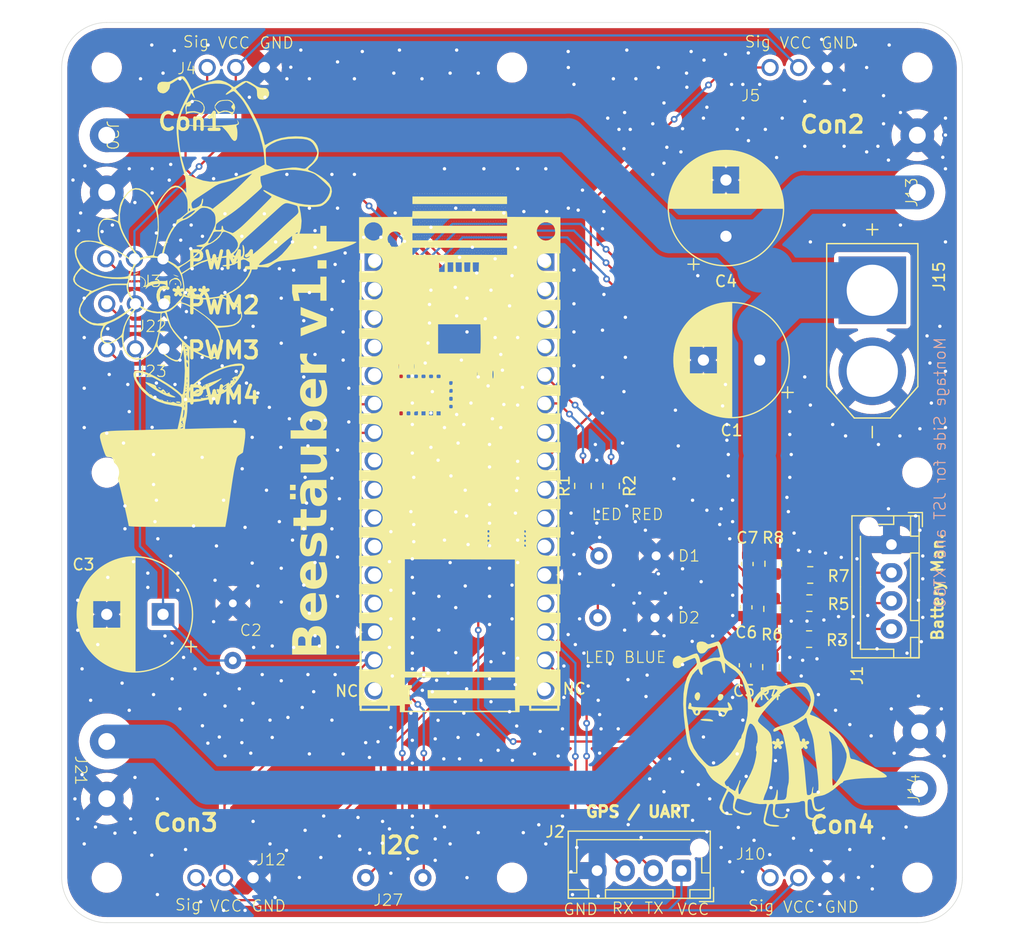
<source format=kicad_pcb>
(kicad_pcb (version 20240108) (generator "pcbnew") (generator_version "8.0")
  (layers (0 "F.Cu" signal) (31 "B.Cu" signal) (34 "B.Paste" user) (35 "F.Paste" user) (36 "B.SilkS" user "B.Silkscreen") (37 "F.SilkS" user "F.Silkscreen") (38 "B.Mask" user) (39 "F.Mask" user) (44 "Edge.Cuts" user))
  (net 0 "")
  (net 2 "Net-(U1-~{RESET}-Pad13)")
  (net 6 "/UART_TX")
  (net 7 "GND")
  (net 8 "+12V")
  (net 9 "/D16{slash}PWM")
  (net 10 "+5V")
  (net 11 "/D17{slash}PWM")
  (net 12 "/D19{slash}SCL")
  (net 13 "/D18{slash}SDA")
  (net 14 "/D4{slash}PWM")
  (net 15 "/D6{slash}PWM")
  (net 17 "/D5{slash}PWM")
  (net 18 "/D10{slash}PWM")
  (net 19 "/UART_RX")
  (net 21 "/D3{slash}PWM")
  (net 23 "/D9{slash}PWM")
  (net 24 "/D7{slash}LED1")
  (net 25 "/D8{slash}LED2")
  (net 26 "/D20{slash}A6")
  (net 27 "/D15{slash}A1")
  (net 28 "/D14{slash}A0")
  (net 29 "/D21{slash}A7")
  (net 30 "Net-(D1-A)")
  (net 31 "Net-(D2-A)")
  (net 32 "/Lipo_Cell_1_2_3")
  (net 33 "/Lipo_Cell_1")
  (net 34 "/Lipo_Cell_1_2")
  (footprint "MountingHole:MountingHole_2.2mm_M2" (layer "F.Cu") (at 109 126)
    (property "Reference" "REF**" (hide yes))
    (property "Value" "MountingHole_2.2mm_M2" (hide yes))
  )
  (footprint "StiftleisteOnPCB:PowerKlemme" (layer "F.Cu") (at 157.7 102.9 180)
    (property "Reference" "D2")
    (property "Value" "LED/Blau")
  )
  (footprint "StiftleisteOnPCB:Stiftleiste3Pin" (layer "F.Cu") (at 109 75)
    (property "Reference" "J22")
    (property "Value" "PWM2/D16")
  )
  (footprint "LOGO" (layer "F.Cu") (at 115.742436 74.365797)
    (property "Reference" "G***")
    (property "Value" "LOGO" (hide yes))
  )
  (footprint "Connector_JST:JST_XH_B4B-XH-AM_1x04_P2.50mm_Vertical" (layer "F.Cu") (at 160.05 125.375 180)
    (property "Reference" "J2")
    (property "Value" "B4B-XH-AM__LF__SN_")
  )
  (footprint "StiftleisteOnPCB:PowerKlemme" (layer "F.Cu") (at 181.2 118.08 90)
    (property "Reference" "J14")
    (property "Value" "Motor Power Connector 4")
  )
  (footprint "StiftleisteOnPCB:cap_tht_ceramic" (layer "F.Cu") (at 120.2 106.7 90)
    (property "Reference" "C2")
    (property "Value" "100n")
  )
  (footprint "parts:ArduinoNano33IOT_Stiftleiste" (layer "F.Cu") (at 146.3382 69.4074 -90)
    (property "Reference" "U1" (hide yes))
    (property "Value" "ABX00027" (hide yes))
  )
  (footprint "Resistor_SMD:R_0805_2012Metric" (layer "F.Cu") (at 151.3 91.1875 -90)
    (property "Reference" "R1")
    (property "Value" "220")
  )
  (footprint "Resistor_SMD:R_0805_2012Metric" (layer "F.Cu") (at 153.8 91.1875 -90)
    (property "Reference" "R2")
    (property "Value" "0")
  )
  (footprint "MountingHole:MountingHole_2.2mm_M2" (layer "F.Cu") (at 145 126)
    (property "Reference" "REF**" (hide yes))
    (property "Value" "MountingHole_2.2mm_M2" (hide yes))
  )
  (footprint "StiftleisteOnPCB:PowerKlemme" (layer "F.Cu") (at 181 65.1 90)
    (property "Reference" "J13")
    (property "Value" "Motor Power Connector 2")
  )
  (footprint "MountingHole:MountingHole_2.2mm_M2" (layer "F.Cu") (at 109 54)
    (property "Reference" "REF**" (hide yes))
    (property "Value" "MountingHole_2.2mm_M2")
  )
  (footprint "Resistor_SMD:R_0805_2012Metric" (layer "F.Cu") (at 171.4875 99.1 180)
    (property "Reference" "R7")
    (property "Value" "22k")
  )
  (footprint "Capacitor_THT:CP_Radial_D10.0mm_P5.00mm" (layer "F.Cu") (at 167 80 180)
    (property "Reference" "C1")
    (property "Value" "1000u")
  )
  (footprint "StiftleisteOnPCB:PowerKlemme" (layer "F.Cu") (at 109 113.9 -90)
    (property "Reference" "J21")
    (property "Value" "Motor Power Connector 3" (hide yes))
  )
  (footprint "Capacitor_SMD:C_0603_1608Metric" (layer "F.Cu") (at 165.7 107.125 -90)
    (property "Reference" "C5")
    (property "Value" "100n")
  )
  (footprint "Capacitor_SMD:C_0603_1608Metric" (layer "F.Cu") (at 165.8 101.975 -90)
    (property "Reference" "C6")
    (property "Value" "100n")
  )
  (footprint "StiftleisteOnPCB:PowerKlemme" (layer "F.Cu") (at 157.8 97.4 180)
    (property "Reference" "D1")
    (property "Value" "LED/Rot")
  )
  (footprint "MountingHole:MountingHole_2.2mm_M2" (layer "F.Cu") (at 181 90)
    (property "Reference" "REF**" (hide yes))
    (property "Value" "MountingHole_2.2mm_M2")
  )
  (footprint "StiftleisteOnPCB:Stiftleiste3Pin" (layer "F.Cu") (at 167.92 54)
    (property "Reference" "J5")
    (property "Value" "PWM Connector 2")
  )
  (footprint "MountingHole:MountingHole_2.2mm_M2" (layer "F.Cu") (at 181 126)
    (property "Reference" "REF**" (hide yes))
    (property "Value" "MountingHole_2.2mm_M2" (hide yes))
  )
  (footprint "parts:AMASS_XT60-M" (layer "F.Cu") (at 177 77.4 -90)
    (property "Reference" "J15")
    (property "Value" "XT60-M")
  )
  (footprint "StiftleisteOnPCB:PowerKlemme" (layer "F.Cu") (at 109 60.02 -90)
    (property "Reference" "J20")
    (property "Value" "Motor Power Connector 1" (hide yes))
  )
  (footprint "Resistor_SMD:R_0805_2012Metric" (layer "F.Cu") (at 171.3875 104.8 180)
    (property "Reference" "R3")
    (property "Value" "47k")
  )
  (footprint "Capacitor_THT:CP_Radial_D10.0mm_P5.00mm" (layer "F.Cu") (at 164 69 90)
    (property "Reference" "C4")
    (property "Value" "1000u")
  )
  (footprint "StiftleisteOnPCB:Stiftleiste3Pin" (layer "F.Cu") (at 116.92 126)
    (property "Reference" "J12")
    (property "Value" "PWM Connector 3")
  )
  (footprint "StiftleisteOnPCB:Stiftleiste3Pin" (layer "F.Cu") (at 108.92 71)
    (property "Reference" "J3")
    (property "Value" "PWM1/D10")
  )
  (footprint "Connector_JST:JST_XH_B4B-XH-AM_1x04_P2.50mm_Vertical" (layer "F.Cu") (at 178.7 96.4 -90)
    (property "Reference" "J1")
    (property "Value" "B4B-XH-AM__LF__SN_")
  )
  (footprint "Resistor_SMD:R_0805_2012Metric" (layer "F.Cu") (at 168 107.2875 -90)
    (property "Reference" "R4")
    (property "Value" "330k")
  )
  (footprint "StiftleisteOnPCB:Stiftleiste3Pin" (layer "F.Cu") (at 109 79)
    (property "Reference" "J23")
    (property "Value" "PWM3/D17")
  )
  (footprint "StiftleisteOnPCB:Stiftleiste3Pin" (layer "F.Cu") (at 167.92 126)
    (property "Reference" "J10")
    (property "Value" "PWM Connector 4")
  )
  (footprint "LOGO" (layer "F.Cu") (at 140.4 88)
    (property "Reference" "G***")
    (property "Value" "LOGO" (hide yes))
  )
  (footprint "MountingHole:MountingHole_2.2mm_M2" (layer "F.Cu") (at 109 90)
    (property "Reference" "REF**" (hide yes))
    (property "Value" "MountingHole_2.2mm_M2")
  )
  (footprint "StiftleisteOnPCB:PowerKlemme" (layer "F.Cu") (at 132 126)
    (property "Reference" "J27")
    (property "Value" "I2C_Conn")
  )
  (footprint "LOGO" (layer "F.Cu") (at 169 114.6)
    (property "Reference" "G***")
    (property "Value" "LOGO" (hide yes))
  )
  (footprint "MountingHole:MountingHole_2.2mm_M2" (layer "F.Cu") (at 145 54)
    (property "Reference" "REF**" (hide yes))
    (property "Value" "MountingHole_2.2mm_M2")
  )
  (footprint "MountingHole:MountingHole_2.2mm_M2" (layer "F.Cu") (at 181 54)
    (property "Reference" "REF**" (hide yes))
    (property "Value" "MountingHole_2.2mm_M2")
  )
  (footprint "Capacitor_SMD:C_0603_1608Metric" (layer "F.Cu") (at 165.9 98.125 90)
    (property "Reference" "C7")
    (property "Value" "100n")
  )
  (footprint "Resistor_SMD:R_0805_2012Metric" (layer "F.Cu") (at 168.2 98.1 90)
    (property "Reference" "R8")
    (property "Value" "330k")
  )
  (footprint "StiftleisteOnPCB:Stiftleiste3Pin" (layer "F.Cu") (at 117.92 54)
    (property "Reference" "J4")
    (property "Value" "PWM Connector 1")
  )
  (footprint "Resistor_SMD:R_0805_2012Metric" (layer "F.Cu") (at 168.1 102.1125 -90)
    (property "Reference" "R6")
    (property "Value" "330k")
  )
  (footprint "Capacitor_THT:CP_Radial_D10.0mm_P5.00mm" (layer "F.Cu") (at 114 102.6 180)
    (property "Reference" "C3")
    (property "Value" "1000u")
  )
  (footprint "Resistor_SMD:R_0805_2012Metric" (layer "F.Cu") (at 171.4125 101.6 180)
    (property "Reference" "R5")
    (property "Value" "33k")
  )
  (gr_arc (start 181 50) (mid 183.828427 51.171573) (end 185 54) (stroke (width 0.05)) (layer "Edge.Cuts"))
  (gr_arc (start 105 54) (mid 106.171573 51.171573) (end 109 50) (stroke (width 0.05)) (layer "Edge.Cuts"))
  (gr_line (start 185 126) (end 185 54) (stroke (width 0.05)) (layer "Edge.Cuts"))
  (gr_line (start 181 50) (end 109 50) (stroke (width 0.05)) (layer "Edge.Cuts"))
  (gr_arc (start 185 126) (mid 183.828427 128.828427) (end 181 130) (stroke (width 0.05)) (layer "Edge.Cuts"))
  (gr_arc (start 109 130) (mid 106.171573 128.828427) (end 105 126) (stroke (width 0.05)) (layer "Edge.Cuts"))
  (gr_line (start 109 130) (end 181 130) (stroke (width 0.05)) (layer "Edge.Cuts"))
  (gr_line (start 105 54) (end 105 126) (stroke (width 0.05)) (layer "Edge.Cuts"))
  (gr_text "Montage Side for JST and XT60" (at 183.6 77.9 90) (layer "B.SilkS") (effects (font (size 1 1) (thickness 0.1)) (justify left bottom mirror)))
  (gr_text "VCC" (at 169 129.2 0) (layer "F.SilkS") (effects (font (size 1 1) (thickness 0.1)) (justify left bottom)))
  (gr_text "RX" (at 153.8 129.3 0) (layer "F.SilkS") (effects (font (size 1 1) (thickness 0.1)) (justify left bottom)))
  (gr_text "Battery Man." (at 183.375 105.05 90) (layer "F.SilkS") (effects (font (size 1 1) (thickness 0.2) (bold yes)) (justify left bottom)))
  (gr_text "VCC" (at 118.8 52.4 0) (layer "F.SilkS") (effects (font (size 1 1) (thickness 0.1)) (justify left bottom)))
  (gr_text "NC" (at 149.4 109.8 0) (layer "F.SilkS") (effects (font (size 1 1)) (justify left bottom)))
  (gr_text "Con3" (at 113 122 0) (layer "F.SilkS") (effects (font (size 1.5 1.5) (thickness 0.3) (bold yes)) (justify left bottom)))
  (gr_text "Con1" (at 113.411 59.69 0) (layer "F.SilkS") (effects (font (size 1.5 1.5) (thickness 0.3) (bold yes)) (justify left bottom)))
  (gr_text "TX" (at 156.7 129.3 0) (layer "F.SilkS") (effects (font (size 1 1) (thickness 0.1)) (justify left bottom)))
  (gr_text "PWM4" (at 116 84 0) (layer "F.SilkS") (effects (font (size 1.5 1.5) (thickness 0.3) (bold yes)) (justify left bottom)))
  (gr_text "Con4" (at 171.323 122.174 0) (layer "F.SilkS") (effects (font (size 1.5 1.5) (thickness 0.3) (bold yes)) (justify left bottom)))
  (gr_text "NC" (at 129.2 110 0) (layer "F.SilkS") (effects (font (size 1 1)) (justify left bottom)))
  (gr_text "GND" (at 172.4 52.4 0) (layer "F.SilkS") (effects (font (size 1 1) (thickness 0.1)) (justify left bottom)))
  (gr_text "GND" (at 172.7 129.2 0) (layer "F.SilkS") (effects (font (size 1 1) (thickness 0.1)) (justify left bottom)))
  (gr_text "PWM2\n" (at 116 76 0) (layer "F.SilkS") (effects (font (size 1.5 1.5) (thickness 0.3) (bold yes)) (justify left bottom)))
  (gr_text "PWM1" (at 116 72 0) (layer "F.SilkS") (effects (font (size 1.5 1.5) (thickness 0.3) (bold yes)) (justify left bottom)))
  (gr_text "GND" (at 122.5 52.4 0) (layer "F.SilkS") (effects (font (size 1 1) (thickness 0.1)) (justify left bottom)))
  (gr_text "I2C" (at 133 124 0) (layer "F.SilkS") (effects (font (size 1.5 1.5) (thickness 0.3) (bold yes)) (justify left bottom)))
  (gr_text "VCC" (at 118.1 129.1 0) (layer "F.SilkS") (effects (font (size 1 1) (thickness 0.1)) (justify left bottom)))
  (gr_text "Sig\n" (at 165.6 52.3 0) (layer "F.SilkS") (effects (font (size 1 1) (thickness 0.1)) (justify left bottom)))
  (gr_text "VCC" (at 159.6 129.4 0) (layer "F.SilkS") (effects (font (size 1 1) (thickness 0.1)) (justify left bottom)))
  (gr_text "Beestäuber v1.1" (at 129.032 106.553 90) (layer "F.SilkS") (effects (font (size 3 3) (thickness 0.6) (bold yes)) (justify left bottom)))
  (gr_text "GPS / UART" (at 151.425 120.725 0) (layer "F.SilkS") (effects (font (size 1 1) (thickness 0.25) (bold yes)) (justify left bottom)))
  (gr_text "GND" (at 149.5 129.4 0) (layer "F.SilkS") (effects (font (size 1 1) (thickness 0.1)) (justify left bottom)))
  (gr_text "VCC" (at 168.7 52.4 0) (layer "F.SilkS") (effects (font (size 1 1) (thickness 0.1)) (justify left bottom)))
  (gr_text "Sig\n" (at 115.7 52.3 0) (layer "F.SilkS") (effects (font (size 1 1) (thickness 0.1)) (justify left bottom)))
  (gr_text "Sig\n" (at 115 129 0) (layer "F.SilkS") (effects (font (size 1 1) (thickness 0.1)) (justify left bottom)))
  (gr_text "Con2" (at 170.434 59.944 0) (layer "F.SilkS") (effects (font (size 1.5 1.5) (thickness 0.3) (bold yes)) (justify left bottom)))
  (gr_text "LED RED" (at 152 94.3 0) (layer "F.SilkS") (effects (font (size 1 1) (thickness 0.1)) (justify left bottom)))
  (gr_text "Sig\n" (at 165.9 129.1 0) (layer "F.SilkS") (effects (font (size 1 1) (thickness 0.1)) (justify left bottom)))
  (gr_text "GND" (at 121.8 129.1 0) (layer "F.SilkS") (effects (font (size 1 1) (thickness 0.1)) (justify left bottom)))
  (gr_text "PWM3" (at 116 80 0) (layer "F.SilkS") (effects (font (size 1.5 1.5) (thickness 0.3) (bold yes)) (justify left bottom)))
  (gr_text "LED BLUE" (at 151.4 107 0) (layer "F.SilkS") (effects (font (size 1 1) (thickness 0.1)) (justify left bottom)))
  (segment (start 151.625 119.425) (end 157.55 125.35) (width 0.2) (layer "F.Cu") (net 6))
  (segment (start 151.625 115.2) (end 151.625 119.425) (width 0.2) (layer "F.Cu") (net 6))
  (segment (start 151.625 112.275) (end 151.625 110.4756) (width 0.2) (layer "F.Cu") (net 6))
  (segment (start 151.625 110.4756) (end 147.8622 106.7128) (width 0.2) (layer "F.Cu") (net 6))
  (segment (start 157.55 125.35) (end 157.55 125.375) (width 0.2) (layer "F.Cu") (net 6))
  (via (at 151.625 115.2) (size 0.6) (drill 0.3) (layers "F.Cu" "B.Cu") (net 6))
  (via (at 151.625 112.275) (size 0.6) (drill 0.3) (layers "F.Cu" "B.Cu") (net 6))
  (segment (start 151.625 115.2) (end 151.625 112.275) (width 0.2) (layer "B.Cu") (net 6))
  (via (at 145.5 63) (size 0.6) (drill 0.3) (layers "F.Cu" "B.Cu") (net 7))
  (via (at 111.379 97.917) (size 0.6) (drill 0.3) (layers "F.Cu" "B.Cu") (net 7))
  (via (at 132.334 115.316) (size 0.6) (drill 0.3) (layers "F.Cu" "B.Cu") (net 7))
  (via (at 119.38 128.905) (size 0.6) (drill 0.3) (layers "F.Cu" "B.Cu") (net 7))
  (via (at 169 58.5) (size 0.6) (drill 0.3) (layers "F.Cu" "B.Cu") (net 7))
  (via (at 137.795 73.787) (size 0.6) (drill 0.3) (layers "F.Cu" "B.Cu") (net 7))
  (via (at 110.363 108.712) (size 0.6) (drill 0.3) (layers "F.Cu" "B.Cu") (net 7))
  (via (at 172.339 128.397) (size 0.6) (drill 0.3) (layers "F.Cu" "B.Cu") (net 7))
  (via (at 157.5 63.5) (size 0.6) (drill 0.3) (layers "F.Cu" "B.Cu") (net 7))
  (via (at 181.864 77.851) (size 0.6) (drill 0.3) (layers "F.Cu" "B.Cu") (net 7))
  (via (at 127 74) (size 0.6) (drill 0.3) (layers "F.Cu" "B.Cu") (net 7))
  (via (at 168 118) (size 0.6) (drill 0.3) (layers "F.Cu" "B.Cu") (net 7))
  (via (at 174 102.8) (size 0.6) (drill 0.3) (layers "F.Cu" "B.Cu") (net 7))
  (via (at 150 54) (size 0.6) (drill 0.3) (layers "F.Cu" "B.Cu") (net 7))
  (via (at 150.749 123.317) (size 0.6) (drill 0.3) (layers "F.Cu" "B.Cu") (net 7))
  (via (at 152.4 87.503) (size 0.6) (drill 0.3) (layers "F.Cu" "B.Cu") (net 7))
  (via (at 123.063 56.642) (size 0.6) (drill 0.3) (layers "F.Cu" "B.Cu") (net 7))
  (via (at 141 74.5) (size 0.6) (drill 0.3) (layers "F.Cu" "B.Cu") (net 7))
  (via (at 117.5 69) (size 0.6) (drill 0.3) (layers "F.Cu" "B.Cu") (net 7))
  (via (at 113.411 82.042) (size 0.6) (drill 0.3) (layers "F.Cu" "B.Cu") (net 7))
  (via (at 172 122) (size 0.6) (drill 0.3) (layers "F.Cu" "B.Cu") (net 7))
  (via (at 117.221 82.042) (size 0.6) (drill 0.3) (layers "F.Cu" "B.Cu") (net 7))
  (via (at 160.147 107.061) (size 0.6) (drill 0.3) (layers "F.Cu" "B.Cu") (net 7))
  (via (at 107.061 62.738) (size 0.6) (drill 0.3) (layers "F.Cu" "B.Cu") (net 7))
  (via (at 153.035 68.326) (size 0.6) (drill 0.3) (layers "F.Cu" "B.Cu") (net 7))
  (via (at 130.175 70.485) (size 0.6) (drill 0.3) (layers "F.Cu" "B.Cu") (net 7))
  (via (at 148 63) (size 0.6) (drill 0.3) (layers "F.Cu" "B.Cu") (net 7))
  (via (at 145.5 98) (size 0.6) (drill 0.3) (layers "F.Cu" "B.Cu") (net 7))
  (via (at 144.145 80.899) (size 0.6) (drill 0.3) (layers "F.Cu" "B.Cu") (net 7))
  (via (at 169.5 120) (size 0.6) (drill 0.3) (layers "F.Cu" "B.Cu") (net 7))
  (via (at 107.569 110.236) (size 0.6) (drill 0.3) (layers "F.Cu" "B.Cu") (net 7))
  (via (at 145.5 106.5) (size 0.6) (drill 0.3) (layers "F.Cu" "B.Cu") (net 7))
  (via (at 144.272 83.947) (size 0.6) (drill 0.3) (layers "F.Cu" "B.Cu") (net 7))
  (via (at 138.5 104) (size 0.6) (drill 0.3) (layers "F.Cu" "B.Cu") (net 7))
  (via (at 129.5 88) (size 0.6) (drill 0.3) (layers "F.Cu" "B.Cu") (net 7))
  (via (at 131.826 69.088) (size 0.6) (drill 0.3) (layers "F.Cu" "B.Cu") (net 7))
  (via (at 176.5 54) (size 0.6) (drill 0.3) (layers "F.Cu" "B.Cu") (net 7))
  (via (at 120.777 109.22) (size 0.6) (drill 0.3) (layers "F.Cu" "B.Cu") (net 7))
  (via (at 136.017 111.379) (size 0.6) (drill 0.3) (layers "F.Cu" "B.Cu") (net 7))
  (via (at 174.625 86.741) (size 0.6) (drill 0.3) (layers "F.Cu" "B.Cu") (net 7))
  (via (at 119 113.5) (size 0.6) (drill 0.3) (layers "F.Cu" "B.Cu") (net 7))
  (via (at 116.5 68) (size 0.6) (drill 0.3) (layers "F.Cu" "B.Cu") (net 7))
  (via (at 151.257 64.897) (size 0.6) (drill 0.3) (layers "F.Cu" "B.Cu") (net 7))
  (via (at 140.5 80) (size 0.6) (drill 0.3) (layers "F.Cu" "B.Cu") (net 7))
  (via (at 161.5 72.5) (size 0.6) (drill 0.3) (layers "F.Cu" "B.Cu") (net 7))
  (via (at 141.605 66.675) (size 0.6) (drill 0.3) (layers "F.Cu" "B.Cu") (net 7))
  (via (at 175.3 102.8) (size 0.6) (drill 0.3) (layers "F.Cu" "B.Cu") (net 7))
  (via (at 159.512 84.455) (size 0.6) (drill 0.3) (layers "F.Cu" "B.Cu") (net 7))
  (via (at 178 122.5) (size 0.6) (drill 0.3) (layers "F.Cu" "B.Cu") (net 7))
  (via (at 113.157 88.392) (size 0.6) (drill 0.3) (layers "F.Cu" "B.Cu") (net 7))
  (via (at 160 102) (size 0.6) (drill 0.3) (layers "F.Cu" "B.Cu") (net 7))
  (via (at 138.5 101) (size 0.6) (drill 0.3) (layers "F.Cu" "B.Cu") (net 7))
  (via (at 140.843 100.076) (size 0.6) (drill 0.3) (layers "F.Cu" "B.Cu") (net 7))
  (via (at 143 87.5) (size 0.6) (drill 0.3) (layers "F.Cu" "B.Cu") (net 7))
  (via (at 146 122) (size 0.6) (drill 0.3) (layers "F.Cu" "B.Cu") (net 7))
  (via (at 107 123) (size 0.6) (drill 0.3) (layers "F.Cu" "B.Cu") (net 7))
  (via (at 116 78) (size 0.6) (drill 0.3) (layers "F.Cu" "B.Cu") (net 7))
  (via (at 137.668 75.057) (size 0.6) (drill 0.3) (layers "F.Cu" "B.Cu") (net 7))
  (via (at 151.384 106.045) (size 0.6) (drill 0.3) (layers "F.Cu" "B.Cu") (net 7))
  (via (at 134.239 95.25) (size 0.6) (drill 0.3) (layers "F.Cu" "B.Cu") (net 7))
  (via (at 125.5 69.5) (size 0.6) (drill 0.3) (layers "F.Cu" "B.Cu") (net 7))
  (via (at 136.144 121.539) (size 0.6) (drill 0.3) (layers "F.Cu" "B.Cu") (net 7))
  (via (at 175.641 97.663) (size 0.6) (drill 0.3) (layers "F.Cu" "B.Cu") (net 7))
  (via (at 141 77.5) (size 0.6) (drill 0.3) (layers "F.Cu" "B.Cu") (net 7))
  (via (at 153.035 81.534) (size 0.6) (drill 0.3) (layers "F.Cu" "B.Cu") (net 7))
  (via (at 137.668 76.708) (size 0.6) (drill 0.3) (layers "F.Cu" "B.Cu") (net 7))
  (via (at 167.5 59.5) (size 0.6) (drill 0.3) (layers "F.Cu" "B.Cu") (net 7))
  (via (at 149.606 109.982) (size 0.6) (drill 0.3) (layers "F.Cu" "B.Cu") (net 7))
  (via (at 140.97 93.853) (size 0.6) (drill 0.3) (layers "F.Cu" "B.Cu") (net 7))
  (via (at 171.2 103.2) (size 0.6) (drill 0.3) (layers "F.Cu" "B.Cu") (net 7))
  (via (at 179.5 68) (size 0.6) (drill 0.3) (layers "F.Cu" "B.Cu") (net 7))
  (via (at 158 54) (size 0.6) (drill 0.3) (layers "F.Cu" "B.Cu") (net 7))
  (via (at 130.5 82.5) (size 0.6) (drill 0.3) (layers "F.Cu" "B.Cu") (net 7))
  (via (at 172.7 103.1) (size 0.6) (drill 0.3) (layers "F.Cu" "B.Cu") (net 7))
  (via (at 179.451 86.741) (size 0.6) (drill 0.3) (layers "F.Cu" "B.Cu") (net 7))
  (via (at 137.795 87.757) (size 0.6) (drill 0.3) (layers "F.Cu" "B.Cu") (net 7))
  (via (at 139.573 90.297) (size 0.6) (drill 0.3) (layers "F.Cu" "B.Cu") (net 7))
  (via (at 122.809 107.95) (size 0.6) (drill 0.3) (layers "F.Cu" "B.Cu") (net 7))
  (via (at 121 69) (size 0.6) (drill 0.3) (layers "F.Cu" "B.Cu") (net 7))
  (via (at 121.793 114.935) (size 0.6) (drill 0.3) (layers "F.Cu" "B.Cu") (net 7))
  (via (at 132 114) (size 0.6) (drill 0.3) (layers "F.Cu" "B.Cu") (net 7))
  (via (at 145.5 90.5) (size 0.6) (drill 0.3) (layers "F.Cu" "B.Cu") (net 7))
  (via (at 145.034 115.57) (size 0.6) (drill 0.3) (layers "F.Cu" "B.Cu") (net 7))
  (via (at 138.938 115.443) (size 0.6) (drill 0.3) (layers "F.Cu" "B.Cu") (net 7))
  (via (at 107 74.5) (size 0.6) (drill 0.3) (layers "F.Cu" "B.Cu") (net 7))
  (via (at 117.729 109.728) (size 0.6) (drill 0.3) (layers "F.Cu" "B.Cu") (net 7))
  (via (at 183.5 86) (size 0.6) (drill 0.3) (layers "F.Cu" "B.Cu") (net 7))
  (via (at 144 79.5) (size 0.6) (drill 0.3) (layers "F.Cu" "B.Cu") (net 7))
  (via (at 145 103) (size 0.6) (drill 0.3) (layers "F.Cu" "B.Cu") (net 7))
  (via (at 116.586 71.882) (size 0.6) (drill 0.3) (layers "F.Cu" "B.Cu") (net 7))
  (via (at 121.412 82.042) (size 0.6) (drill 0.3) (layers "F.Cu" "B.Cu") (net 7))
  (via (at 169.418 92.202) (size 0.6) (drill 0.3) (layers "F.Cu" "B.Cu") (net 7))
  (via (at 162.306 121.92) (size 0.6) (drill 0.3) (layers "F.Cu" "B.Cu") (net 7))
  (via (at 152.654 127.635) (size 0.6) (drill 0.3) (layers "F.Cu" "B.Cu") (net 7))
  (via (at 113.5 127.5) (size 0.6) (drill 0.3) (layers "F.Cu" "B.Cu") (net 7))
  (via (at 145.923 82.423) (size 0.6) (drill 0.3) (layers "F.Cu" "B.Cu") (net 7))
  (via (at 137.541 78.486) (size 0.6) (drill 0.3) (layers "F.Cu" "B.Cu") (net 7))
  (via (at 160.147 59.436) (size 0.6) (drill 0.3) (layers "F.Cu" "B.Cu") (net 7))
  (via (at 137.922 82.804) (size 0.6) (drill 0.3) (layers "F.Cu" "B.Cu") (net 7))
  (via (at 170 122.5) (size 0.6) (drill 0.3) (layers "F.Cu" "B.Cu") (net 7))
  (via (at 183.134 110.998) (size 0.6) (drill 0.3) (layers "F.Cu" "B.Cu") (net 7))
  (via (at 161.036 120.904) (size 0.6) (drill 0.3) (layers "F.Cu" "B.Cu") (net 7))
  (via (at 164.592 94.361) (size 0.6) (drill 0.3) (layers "F.Cu" "B.Cu") (net 7))
  (via (at 116.713 94.742) (size 0.6) (drill 0.3) (layers "F.Cu" "B.Cu") (net 7))
  (via (at 172.5 51.5) (size 0.6) (drill 0.3) (layers "F.Cu" "B.Cu") (net 7))
  (via (at 149.606 107.188) (size 0.6) (drill 0.3) (layers "F.Cu" "B.Cu") (net 7))
  (via (at 139.954 73.533) (size 0.6) (drill 0.3) (layers "F.Cu" "B.Cu") (net 7))
  (via (at 152.781 111.506) (size 0.6) (drill 0.3) (layers "F.Cu" "B.Cu") (net 7))
  (via (at 129 63.5) (size 0.6) (drill 0.3) (layers "F.Cu" "B.Cu") (net 7))
  (via (at 125.349 53.975) (size 0.6) (drill 0.3) (layers "F.Cu" "B.Cu") (net 7))
  (via (at 145.288 69.977) (size 0.6) (drill 0.3) (layers "F.Cu" "B.Cu") (net 7))
  (via (at 154.432 112.776) (size 0.6) (drill 0.3) (layers "F.Cu" "B.Cu") (net 7))
  (via (at 183.388 115.189) (size 0.6) (drill 0.3) (layers "F.Cu" "B.Cu") (net 7))
  (via (at 136.271 90.424) (size 0.6) (drill 0.3) (layers "F.Cu" "B.Cu") (net 7))
  (via (at 170.434 96.901) (size 0.6) (drill 0.3) (layers "F.Cu" "B.Cu") (net 7))
  (via (at 155 104) (size 0.6) (drill 0.3) (layers "F.Cu" "B.Cu") (net 7))
  (via (at 172.847 97.155) (size 0.6) (drill 0.3) (layers "F.Cu" "B.Cu") (net 7))
  (via (at 183.261 61.976) (size 0.6) (drill 0.3) (layers "F.Cu" "B.Cu") (net 7))
  (via (at 121.285 72.009) (size 0.6) (drill 0.3) (layers "F.Cu" "B.Cu") (net 7))
  (via (at 115.316 100.457) (size 0.6) (drill 0.3) (layers "F.Cu" "B.Cu") (net 7))
  (via (at 155 58) (size 0.6) (drill 0.3) (layers "F.Cu" "B.Cu") (net 7))
  (via (at 123.952 127.762) (size 0.6) (drill 0.3) (layers "F.Cu" "B.Cu") (net 7))
  (via (at 142.5 63) (size 0.6) (drill 0.3) (layers "F.Cu" "B.Cu") (net 7))
  (via (at 116.459 70.104) (size 0.6) (drill 0.3) (layers "F.Cu" "B.Cu") (net 7))
  (via (at 116 83.5) (size 0.6) (drill 0.3) (layers "F.Cu" "B.Cu") (net 7))
  (via (at 119.5 74) (size 0.6) (drill 0.3) (layers "F.Cu" "B.Cu") (net 7))
  (via (at 110.617 92.964) (size 0.6) (drill 0.3) (layers "F.Cu" "B.Cu") (net 7))
  (via (at 115.5 111) (size 0.6) (drill 0.3) (layers "F.Cu" "B.Cu") (net 7))
  (via (at 120.5 63.5) (size 0.6) (drill 0.3) (layers "F.Cu" "B.Cu") (net 7))
  (via (at 136.017 93.472) (size 0.6) (drill 0.3) (layers "F.Cu" "B.Cu") (net 7))
  (via (at 155.194 52.451) (size 0.6) (drill 0.3) (layers "F.Cu" "B.Cu") (net 7))
  (via (at 126.5 81.5) (size 0.6) (drill 0.3) (layers "F.Cu" "B.Cu") (net 7))
  (via (at 153.162 74.168) (size 0.6) (drill 0.3) (layers "F.Cu" "B.Cu") (net 7))
  (via (at 149.987 52.578) (size 0.6) (drill 0.3) (layers "F.Cu" "B.Cu") (net 7))
  (via (at 123.19 91.567) (size 0.6) (drill 0.3) (layers "F.Cu" "B.Cu") (net 7))
  (via (at 163.703 84.074) (size 0.6) (drill 0.3) (layers "F.Cu" "B.Cu") (net 7))
  (via (at 170.688 108.077) (size 0.6) (drill 0.3) (layers "F.Cu" "B.Cu") (net 7))
  (via (at 139 121.5) (size 0.6) (drill 0.3) (layers "F.Cu" "B.Cu") (net 7))
  (via (at 137.287 80.264) (size 0.6) (drill 0.3) (layers "F.Cu" "B.Cu") (net 7))
  (via (at 147.375 121.3) (size 0.6) (drill 0.3) (layers "F.Cu" "B.Cu") (net 7))
  (via (at 113.411 92.456) (size 0.6) (drill 0.3) (layers "F.Cu" "B.Cu") (net 7))
  (via (at 158.623 100.711) (size 0.6) (drill 0.3) (layers "F.Cu" "B.Cu") (net 7))
  (via (at 143.129 73.787) (size 0.6) (drill 0.3) (layers "F.Cu" "B.Cu") (net 7))
  (via (at 141 126) (size 0.6) (drill 0.3) (layers "F.Cu" "B.Cu") (net 7))
  (via (at 134.62 66.929) (size 0.6) (drill 0.3) (layers "F.Cu" "B.Cu") (net 7))
  (via (at 169.672 84.582) (size 0.6) (drill 0.3) (layers "F.Cu" "B.Cu") (net 7))
  (via (at 143.5 78) (size 0.6) (drill 0.3) (layers "F.Cu" "B.Cu") (net 7))
  (via (at 183 77) (size 0.6) (drill 0.3) (layers "F.Cu" "B.Cu") (net 7))
  (via (at 176.9 113.4) (size 0.6) (drill 0.3) (layers "F.Cu" "B.Cu") (net 7))
  (via (at 124.5 108.5) (size 0.6) (drill 0.3) (layers "F.Cu" "B.Cu") (net 7))
  (via (at 150.5 77.5) (size 0.6) (drill 0.3) (layers "F.Cu" "B.Cu") (net 7))
  (via (at 107 82.5) (size 0.6) (drill 0.3) (layers "F.Cu" "B.Cu") (net 7))
  (via (at 136.271 100.711) (size 0.6) (drill 0.3) (layers "F.Cu" "B.Cu") (net 7))
  (via (at 175.006 112.395) (size 0.6) (drill 0.3) (layers "F.Cu" "B.Cu") (net 7))
  (via (at 141.097 96.393) (size 0.6) (drill 0.3) (layers "F.Cu" "B.Cu") (net 7))
  (via (at 140 106) (size 0.6) (drill 0.3) (layers "F.Cu" "B.Cu") (net 7))
  (via (at 131 55) (size 0.6) (drill 0.3) (layers "F.Cu" "B.Cu") (net 7))
  (via (at 152.781 95.758) (size 0.6) (drill 0.3) (layers "F.Cu" "B.Cu") (net 7))
  (via (at 113 52) (size 0.6) (drill 0.3) (layers "F.Cu" "B.Cu") (net 7))
  (via (at 151.765 107.188) (size 0.6) (drill 0.3) (layers "F.Cu" "B.Cu") (net 7))
  (via (at 158.496 118.364) (size 0.6) (drill 0.3) (layers "F.Cu" "B.Cu") (net 7))
  (via (at 136.144 107.442) (size 0.6) (drill 0.3) (layers "F.Cu" "B.Cu") (net 7))
  (via (at 149.5 121.5) (size 0.6) (drill 0.3) (layers "F.Cu" "B.Cu") (net 7))
  (via (at 121.92 86.868) (size 0.6) (drill 0.3) (layers "F.Cu" "B.Cu") (net 7))
  (via (at 160.147 98.552) (size 0.6) (drill 0.3) (layers "F.Cu" "B.Cu") (net 7))
  (via (at 123.5 123) (size 0.6) (drill 0.3) (layers "F.Cu" "B.Cu") (net 7))
  (via (at 109.5 68) (size 0.6) (drill 0.3) (layers "F.Cu" "B.Cu") (net 7))
  (via (at 165 115) (size 0.6) (drill 0.3) (layers "F.Cu" "B.Cu") (net 7))
  (via (at 140 66.5) (size 0.6) (drill 0.3) (layers "F.Cu" "B.Cu") (net 7))
  (via (at 143.129 110.363) (size 0.6) (drill 0.3) (layers "F.Cu" "B.Cu") (net 7))
  (via (at 181.229 86.106) (size 0.6) (drill 0.3) (layers "F.Cu" "B.Cu") (net 7))
  (via (at 123.698 105.41) (size 0.6) (drill 0.3) (layers "F.Cu" "B.Cu") (net 7))
  (via (at 143.002 92.837) (size 0.6) (drill 0.3) (layers "F.Cu" "B.Cu") (net 7))
  (via (at 131.699 52.578) (size 0.6) (drill 0.3) (layers "F.Cu" "B.Cu") (net 7))
  (via (at 163.957 82.169) (size 0.6) (drill 0.3) (layers "F.Cu" "B.Cu") (net 7))
  (via (at 171 61) (size 0.6) (drill 0.3) (layers "F.Cu" "B.Cu") (net 7))
  (via (at 139.5 123) (size 0.6) (drill 0.3) (layers "F.Cu" "B.Cu") (net 7))
  (via (at 136.144 88.265) (size 0.6) (drill 0.3) (layers "F.Cu" "B.Cu") (net 7))
  (via (at 180.848 93.853) (size 0.6) (drill 0.3) (layers "F.Cu" "B.Cu") (net 7))
  (via (at 170.053 95.377) (size 0.6) (drill 0.3) (layers "F.Cu" "B.Cu") (net 7))
  (via (at 153.035 84.709) (size 0.6) (drill 0.3) (layers "F.Cu" "B.Cu") (net 7))
  (via (at 164.084 85.725) (size 0.6) (drill 0.3) (layers "F.Cu" "B.Cu") (net 7))
  (via (at 162.306 57.531) (size 0.6) (drill 0.3) (layers "F.Cu" "B.Cu") (net 7))
  (via (at 165.5 112) (size 0.6) (drill 0.3) (layers "F.Cu" "B.Cu") (net 7))
  (via (at 122.047 105.537) (size 0.6) (drill 0.3) (layers "F.Cu" "B.Cu") (net 7))
  (via (at 124.5 74.5) (size 0.6) (drill 0.3) (layers "F.Cu" "B.Cu") (net 7))
  (via (at 136.271 102.997) (size 0.6) (drill 0.3) (layers "F.Cu" "B.Cu") (net 7))
  (via (at 181.483 102.87) (size 0.6) (drill 0.3) (layers "F.Cu" "B.Cu") (net 7))
  (via (at 162 58.5) (size 0.6) (drill 0.3) (layers "F.Cu" "B.Cu") (net 7))
  (via (at 106.172 118.999) (size 0.6) (drill 0.3) (layers "F.Cu" "B.Cu") (net 7))
  (via (at 126.5 76.5) (size 0.6) (drill 0.3) (layers "F.Cu" "B.Cu") (net 7))
  (via (at 140.335 70.866) (size 0.6) (drill 0.3) (layers "F.Cu" "B.Cu") (net 7))
  (via (at 136.144 85.725) (size 0.6) (drill 0.3) (layers "F.Cu" "B.Cu") (net 7))
  (via (at 162.814 104.521) (size 0.6) (drill 0.3) (layers "F.Cu" "B.Cu") (net 7))
  (via (at 123.444 84.201) (size 0.6) (drill 0.3) (layers "F.Cu" "B.Cu") (net 7))
  (via (at 139.954 110.363) (size 0.6) (drill 0.3) (layers "F.Cu" "B.Cu") (net 7))
  (via (at 174.244 97.536) (size 0.6) (drill 0.3) (layers "F.Cu" "B.Cu") (net 7))
  (via (at 183.5 60) (size 0.6) (drill 0.3) (layers "F.Cu" "B.Cu") (net 7))
  (via (at 125.5 96) (size 0.6) (drill 0.3) (layers "F.Cu" "B.Cu") (net 7))
  (via (at 122.428 82.931) (size 0.6) (drill 0.3) (layers "F.Cu" "B.Cu") (net 7))
  (via (at 134.112 105.537) (size 0.6) (drill 0.3) (layers "F.Cu" "B.Cu") (net 7))
  (via (at 133.35 69.088) (size 0.6) (drill 0.3) (layers "F.Cu" "B.Cu") (net 7))
  (via (at 155.067 76.2) (size 0.6) (drill 0.3) (layers "F.Cu" "B.Cu") (net 7))
  (via (at 121.285 128.905) (size 0.6) (drill 0.3) (layers "F.Cu" "B.Cu") (net 7))
  (via (at 155.067 79.756) (size 0.6) (drill 0.3) (layers "F.Cu" "B.Cu") (net 7))
  (via (at 110.49 87.376) (size 0.6) (drill 0.3) (layers "F.Cu" "B.Cu") (net 7))
  (via (at 106 64) (size 0.6) (drill 0.3) (layers "F.Cu" "B.Cu") (net 7))
  (via (at 124.5 101.5) (size 0.6) (drill 0.3) (layers "F.Cu" "B.Cu") (net 7))
  (via (at 141.351 83.82) (size 0.6) (drill 0.3) (layers "F.Cu" "B.Cu") (net 7))
  (via (at 144 86) (size 0.6) (drill 0.3) (layers "F.Cu" "B.Cu") (net 7))
  (via (at 156.845 95.123) (size 0.6) (drill 0.3) (layers "F.Cu" "B.Cu") (net 7))
  (via (at 124.46 87.757) (size 0.6) (drill 0.3) (layers "F.Cu" "B.Cu") (net 7))
  (via (at 151 103) (size 0.6) (drill 0.3) (layers "F.Cu" "B.Cu") (net 7))
  (via (at 145.3 93.6) (size 0.6) (drill 0.3) (layers "F.Cu" "B.Cu") (net 7))
  (via (at 119.507 115.189) (size 0.6) (drill 0.3) (layers "F.Cu" "B.Cu") (net 7))
  (via (at 163.449 94.615) (size 0.6) (drill 0.3) (layers "F.Cu" "B.Cu") (net 7))
  (via (at 115.5 55) (size 0.6) (drill 0.3) (layers "F.Cu" "B.Cu") (net 7))
  (via (at 118.491 83.439) (size 0.6) (drill 0.3) (layers "F.Cu" "B.Cu") (net 7))
  (via (at 131.318 120.65) (size 0.6) (drill 0.3) (layers "F.Cu" "B.Cu") (net 7))
  (via (at 134.239 100.457) (size 0.6) (drill 0.3) (layers "F.Cu" "B.Cu") (net 7))
  (via (at 127.508 69.977) (size 0.6) (drill 0.3) (layers "F.Cu" "B.Cu") (net 7))
  (via (at 127 55) (size 0.6) (drill 0.3) (layers "F.Cu" "B.Cu") (net 7))
  (via (at 150.495 97.282) (size 0.6) (drill 0.3) (layers "F.Cu" "B.Cu") (net 7))
  (via (at 125.603 72.009) (size 0.6) (drill 0.3) (layers "F.Cu" "B.Cu") (net 7))
  (via (at 145 100) (size 0.6) (drill 0.3) (layers "F.Cu" "B.Cu") (net 7))
  (via (at 139 96) (size 0.6) (drill 0.3) (layers "F.Cu" "B.Cu") (net 7))
  (via (at 125.603 105.537) (size 0.6) (drill 0.3) (layers "F.Cu" "B.Cu") (net 7))
  (via (at 142 81.5) (size 0.6) (drill 0.3) (layers "F.Cu" "B.Cu") (net 7))
  (via (at 134.5 54.5) (size 0.6) (drill 0.3) (layers "F.Cu" "B.Cu") (net 7))
  (via (at 149.479 120.523) (size 0.6) (drill 0.3) (layers "F.Cu" "B.Cu") (net 7))
  (via (at 129.286 107.95) (size 0.6) (drill 0.3) (layers "F.Cu" "B.Cu") (net 7))
  (via (at 164.084 120.269) (size 0.6) (drill 0.3) (layers "F.Cu" "B.Cu") (net 7))
  (via (at 150.622 105.283) (size 0.6) (drill 0.3) (layers "F.Cu" "B.Cu") (net 7))
  (via (at 150.368 127.508) (size 0.6) (drill 0.3) (layers "F.Cu" "B.Cu") (net 7))
  (via (at 111.125 120.777) (size 0.6) (drill 0.3) (layers "F.Cu" "B.Cu") (net 7))
  (via (at 171.577 123.571) (size 0.6) (drill 0.3) (layers "F.Cu" "B.Cu") (net 7))
  (via (at 109 86.5) (size 0.6) (drill 0.3) (layers "F.Cu" "B.Cu") (net 7))
  (via (at 115 52.5) (size 0.6) (drill 0.3) (layers "F.Cu" "B.Cu") (net 7))
  (via (at 118.618 99.568) (size 0.6) (drill 0.3) (layers "F.Cu" "B.Cu") (net 7))
  (via (at 119.507 110.744) (size 0.6) (drill 0.3) (layers "F.Cu" "B.Cu") (net 7))
  (via (at 115.062 82.169) (size 0.6) (drill 0.3) (layers "F.Cu" "B.Cu") (net 7))
  (via (at 156.464 122.428) (size 0.6) (drill 0.3) (layers "F.Cu" "B.Cu") (net 7))
  (via (at 171.5 69.5) (size 0.6) (drill 0.3) (layers "F.Cu" "B.Cu") (net 7))
  (via (at 113.5 119) (size 0.6) (drill 0.3) (layers "F.Cu" "B.Cu") (net 7))
  (via (at 121.92 98.044) (size 0.6) (drill 0.3) (layers "F.Cu" "B.Cu") (net 7))
  (via (at 144.78 111.252) (size 0.6) (drill 0.3) (layers "F.Cu" "B.Cu") (net 7))
  (via (at 163.576 93.218) (size 0.6) (drill 0.3) (layers "F.Cu" "B.Cu") (net 7))
  (via (at 169.8 103.2) (size 0.6) (drill 0.3) (layers "F.Cu" "B.Cu") (net 7))
  (via (at 109.728 122.047) (size 0.6) (drill 0.3) (layers "F.Cu" "B.Cu") (net 7))
  (via (at 148.082 66.802) (size 0.6) (drill 0.3) (layers "F.Cu" "B.Cu") (net 7))
  (via (at 110.871 82.169) (size 0.6) (drill 0.3) (layers "F.Cu" "B.Cu") (net 7))
  (via (at 109.093 99.314) (size 0.6) (drill 0.3) (layers "F.Cu" "B.Cu") (net 7))
  (via (at 180 121.5) (size 0.6) (drill 0.3) (layers "F.Cu" "B.Cu") (net 7))
  (via (at 129.5 66.5) (size 0.6) (drill 0.3) (layers "F.Cu" "B.Cu") (net 7))
  (via (at 175 123.5) (size 0.6) (drill 0.3) (layers "F.Cu" "B.Cu") (net 7))
  (via (at 106.807 107.442) (size 0.6) (drill 0.3) (layers "F.Cu" "B.Cu") (net 7))
  (via (at 126.746 92.71) (size 0.6) (drill 0.3) (layers "F.Cu" "B.Cu") (net 7))
  (via (at 181.483 99.441) (size 0.6) (drill 0.3) (layers "F.Cu" "B.Cu") (net 7))
  (via (at 152.654 110.236) (size 0.6) (drill 0.3) (layers "F.Cu" "B.Cu") (net 7))
  (via (at 178.943 114.935) (size 0.6) (drill 0.3) (layers "F.Cu" "B.Cu") (net 7))
  (via (at 127.5 79.5) (size 0.6) (drill 0.3) (layers "F.Cu" "B.Cu") (net 7))
  (via (at 130 115) (size 0.6) (drill 0.3) (layers "F.Cu" "B.Cu") (net 7))
  (via (at 114.554 64.008) (size 0.6) (drill 0.3) (layers "F.Cu" "B.Cu") (net 7))
  (via (at 147.5 113) (size 0.6) (drill 0.3) (layers "F.Cu" "B.Cu") (net 7))
  (via (at 113.157 91.059) (size 0.6) (drill 0.3) (layers "F.Cu" "B.Cu") (net 7))
  (via (at 137 55) (size 0.6) (drill 0.3) (layers "F.Cu" "B.Cu") (net 7))
  (via (at 149.098 115.189) (size 0.6) (drill 0.3) (layers "F.Cu" "B.Cu") (net 7))
  (via (at 117.475 79.756) (size 0.6) (drill 0.3) (layers "F.Cu" "B.Cu") (net 7))
  (via (at 124.333 71.882) (size 0.6) (drill 0.3) (layers "F.Cu" "B.Cu") (net 7))
  (via (at 122.428 100.076) (size 0.6) (drill 0.3) (layers "F.Cu" "B.Cu") (net 7))
  (via (at 138.43 112.014) (size 0.6) (drill 0.3) (layers "F.Cu" "B.Cu") (net 7))
  (via (at 181.229 95.123) (size 0.6) (drill 0.3) (layers "F.Cu" "B.Cu") (net 7))
  (via (at 136.144 83.82) (size 0.6) (drill 0.3) (layers "F.Cu" "B.Cu") (net 7))
  (via (at 126.111 125.984) (size 0.6) (drill 0.3) (layers "F.Cu" "B.Cu") (net 7))
  (via (at 114 54.5) (size 0.6) (drill 0.3) (layers "F.Cu" "B.Cu") (net 7))
  (via (at 118.491 103.251) (size 0.6) (drill 0.3) (layers "F.Cu" "B.Cu") (net 7))
  (via (at 125 63.5) (size 0.6) (drill 0.3) (layers "F.Cu" "B.Cu") (net 7))
  (via (at 142.875 82.296) (size 0.6) (drill 0.3) (layers "F.Cu" "B.Cu") (net 7))
  (via (at 164.592 109.982) (size 0.6) (drill 0.3) (layers "F.Cu" "B.Cu") (net 7))
  (via (at 124.5 78.5) (size 0.6) (drill 0.3) (layers "F.Cu" "B.Cu") (net 7))
  (via (at 130.5 85.5) (size 0.6) (drill 0.3) (layers "F.Cu" "B.Cu") (net 7))
  (via (at 135.001 52.451) (size 0.6) (drill 0.3) (layers "F.Cu" "B.Cu") (net 7))
  (via (at 140.208 113.538) (size 0.6) (drill 0.3) (layers "F.Cu" "B.Cu") (net 7))
  (via (at 140 102) (size 0.6) (drill 0.3) (layers "F.Cu" "B.Cu") (net 7))
  (via (at 172.212 109.728) (size 0.6) (drill 0.3) (layers "F.Cu" "B.Cu") (net 7))
  (via (at 134.239 112.649) (size 0.6) (drill 0.3) (layers "F.Cu" "B.Cu") (net 7))
  (via (at 137.795 84.709) (size 0.6) (drill 0.3) (layers "F.Cu" "B.Cu") (net 7))
  (via (at 175.5 52) (size 0.6) (drill 0.3) (layers "F.Cu" "B.Cu") (net 7))
  (via (at 134.239 102.997) (size 0.6) (drill 0.3) (layers "F.Cu" "B.Cu") (net 7))
  (via (at 129.5 105.5) (size 0.6) (drill 0.3) (layers "F.Cu" "B.Cu") (net 7))
  (via (at 125.095 111.76) (size 0.6) (drill 0.3) (layers "F.Cu" "B.Cu") (net 7))
  (via (at 157.226 117.221) (size 0.6) (drill 0.3) (layers "F.Cu" "B.Cu") (net 7))
  (via (at 143 101) (size 0.6) (drill 0.3) (layers "F.Cu" "B.Cu") (net 7))
  (via (at 152.527 88.9) (size 0.6) (drill 0.3) (layers "F.Cu" "B.Cu") (net 7))
  (via (at 120.396 85.471) (size 0.6) (drill 0.3) (layers "F.Cu" "B.Cu") (net 7))
  (via (at 164.211 88.392) (size 0.6) (drill 0.3) (layers "F.Cu" "B.Cu") (net 7))
  (via (at 126.5 95) (size 0.6) (drill 0.3) (layers "F.Cu" "B.Cu") (net 7))
  (via (at 158.496 57.15) (size 0.6) (drill 0.3) (layers "F.Cu" "B.Cu") (net 7))
  (via (at 111 63) (size 0.6) (drill 0.3) (layers "F.Cu" "B.Cu") (net 7))
  (via (at 126.238 52.451) (size 0.6) (drill 0.3) (layers "F.Cu" "B.Cu") (net 7))
  (via (at 174.5 56) (size 0.6) (drill 0.3) (layers "F.Cu" "B.Cu") (net 7))
  (via (at 140.716 85.725) (size 0.6) (drill 0.3) (layers "F.Cu" "B.Cu") (net 7))
  (via (at 164.338 95.885) (size 0.6) (drill 0.3) (layers "F.Cu" "B.Cu") (net 7))
  (via (at 129.5 97.5) (size 0.6) (drill 0.3) (layers "F.Cu" "B.Cu") (net 7))
  (via (at 145.415 112.522) (size 0.6) (drill 0.3) (layers "F.Cu" "B.Cu") (net 7))
  (via (at 162.56 118.999) (size 0.6) (drill 0.3) (layers "F.Cu" "B.Cu") (net 7))
  (via (at 163.957 52.832) (size 0.6) (drill 0.3) (layers "F.Cu" "B.Cu") (net 7))
  (via (at 174.117 105.029) (size 0.6) (drill 0.3) (layers "F.Cu" "B.Cu") (net 7))
  (via (at 117.475 88.646) (size 0.6) (drill 0.3) (layers "F.Cu" "B.Cu") (net 7))
  (via (at 143.256 85.217) (size 0.6) (drill 0.3) (layers "F.Cu" "B.Cu") (net 7))
  (via (at 158.75 61.087) (size 0.6) (drill 0.3) (layers "F.Cu" "B.Cu") (net 7))
  (via (at 139.5 98) (size 0.6) (drill 0.3) (layers "F.Cu" "B.Cu") (net 7))
  (via (at 161.036 92.456) (size 0.6) (drill 0.3) (layers "F.Cu" "B.Cu") (net 7))
  (via (at 122 77) (size 0.6) (drill 0.3) (layers "F.Cu" "B.Cu") (net 7))
  (via (at 164.5 55.5) (size 0.6) (drill 0.3) (layers "F.Cu" "B.Cu") (net 7))
  (via (at 164.6 100.9) (size 0.6) (drill 0.3) (layers "F.Cu" "B.Cu") (net 7))
  (via (at 134.112 121.666) (size 0.6) (drill 0.3) (layers "F.Cu" "B.Cu") (net 7))
  (via (at 141.478 69.977) (size 0.6) (drill 0.3) (layers "F.Cu" "B.Cu") (net 7))
  (via (at 174.5 61) (size 0.6) (drill 0.3) (layers "F.Cu" "B.Cu") (net 7))
  (via (at 134.366 108.077) (size 0.6) (drill 0.3) (layers "F.Cu" "B.Cu") (net 7))
  (via (at 127.381 109.474) (size 0.6) (drill 0.3) (layers "F.Cu" "B.Cu") (net 7))
  (via (at 142.621 76.327) (size 0.6) (drill 0.3) (layers "F.Cu" "B.Cu") (net 7))
  (via (at 149.987 104.394) (size 0.6) (drill 0.3) (layers "F.Cu" "B.Cu") (net 7))
  (via (at 164.592 92.456) (size 0.6) (drill 0.3) (layers "F.Cu" "B.Cu") (net 7))
  (via (at 135.763 124.333) (size 0.6) (drill 0.3) (layers "F.Cu" "B.Cu") (net 7))
  (via (at 143.764 114.681) (size 0.6) (drill 0.3) (layers "F.Cu" "B.Cu") (net 7))
  (via (at 149.479 112.776) (size 0.6) (drill 0.3) (layers "F.Cu" "B.Cu") (net 7))
  (via (at 159.766 87.63) (size 0.6) (drill 0.3) (layers "F.Cu" "B.Cu") (net 7))
  (via (at 138.303 120.523) (size 0.6) (drill 0.3) (layers "F.Cu" "B.Cu") (net 7))
  (via (at 174.5 68) (size 0.6) (drill 0.3) (layers "F.Cu" "B.Cu") (net 7))
  (via (at 111.5 122) (size 0.6) (drill 0.3) (layers "F.Cu" "B.Cu") (net 7))
  (via (at 170.815 106.68) (size 0.6) (drill 0.3) (layers "F.Cu" "B.Cu") (net 7))
  (via (at 160.909 52.578) (size 0.6) (drill 0.3) (layers "F.Cu" "B.Cu") (net 7))
  (via (at 151.765 108.966) (size 0.6) (drill 0.3) (layers "F.Cu" "B.Cu") (net 7))
  (via (at 108.204 105.283) (size 0.6) (drill 0.3) (layers "F.Cu" "B.Cu") (net 7))
  (via (at 125 55) (size 0.6) (drill 0.3) (layers "F.Cu" "B.Cu") (net 7))
  (via (at 156.9 109.9) (size 0.6) (drill 0.3) (layers "F.Cu" "B.Cu") (net 7))
  (via (at 126.5 100) (size 0.6) (drill 0.3) (layers "F.Cu" "B.Cu") (net 7))
  (via (at 142.24 115.57) (size 0.6) (drill 0.3) (layers "F.Cu" "B.Cu") (net 7))
  (via (at 140.716 111.379) (size 0.6) (drill 0.3) (layers "F.Cu" "B.Cu") (net 7))
  (via (at 159.766 119.888) (size 0.6) (drill 0.3) (layers "F.Cu" "B.Cu") (net 7))
  (via (at 157.5 59) (size 0.6) (drill 0.3) (layers "F.Cu" "B.Cu") (net 7))
  (via (at 156.337 100.711) (size 0.6) (drill 0.3) (layers "F.Cu" "B.Cu") (net 7))
  (via (at 128.27 120.523) (size 0.6) (drill 0.3) (layers "F.Cu" "B.Cu") (net 7))
  (via (at 124.333 94.361) (size 0.6) (drill 0.3) (layers "F.Cu" "B.Cu") (net 7))
  (via (at 164.084 87.122) (size 0.6) (drill 0.3) (layers "F.Cu" "B.Cu") (net 7))
  (via (at 127 66.5) (size 0.6) (drill 0.3) (layers "F.Cu" "B.Cu") (net 7))
  (via (at 163.576 123.317) (size 0.6) (drill 0.3) (layers "F.Cu" "B.Cu") (net 7))
  (via (at 175.768 105.156) (size 0.6) (drill 0.3) (layers "F.Cu" "B.Cu") (net 7))
  (via (at 133.477 122.936) (size 0.6) (drill 0.3) (layers "F.Cu" "B.Cu") (net 7))
  (via (at 169.672 90.424) (size 0.6) (drill 0.3) (layers "F.Cu" "B.Cu") (net 7))
  (via (at 127.889 105.41) (size 0.6) (drill 0.3) (layers "F.Cu" "B.Cu") (net 7))
  (via (at 120.5 81) (size 0.6) (drill 0.3) (layers "F.Cu" "B.Cu") (net 7))
  (via (at 123.5 112) (size 0.6) (drill 0.3) (layers "F.Cu" "B.Cu") (net 7))
  (via (at 129.667 92.329) (size 0.6) (drill 0.3) (layers "F.Cu" "B.Cu") (net 7))
  (via (at 145 72.5) (size 0.6) (drill 0.3) (layers "F.Cu" "B.Cu") (net 7))
  (via (at 160.528 55.753) (size 0.6) (drill 0.3) (layers "F.Cu" "B.Cu") (net 7))
  (via (at 118.872 107.823) (size 0.6) (drill 0.3) (layers "F.Cu" "B.Cu") (net 7))
  (via (at 178 56.5) (size 0.6) (drill 0.3) (layers "F.Cu" "B.Cu") (net 7))
  (via (at 106.426 120.777) (size 0.6) (drill 0.3) (layers "F.Cu" "B.Cu") (net 7))
  (via (at 171.5 84) (size 0.6) (drill 0.3) (layers "F.Cu" "B.Cu") (net 7))
  (via (at 125.222 85.217) (size 0.6) (drill 0.3) (layers "F.Cu" "B.Cu") (net 7))
  (via (at 154.305 120.396) (size 0.6) (drill 0.3) (layers "F.Cu" "B.Cu") (net 7))
  (via (at 136.144 99.314) (size 0.6) (drill 0.3) (layers "F.Cu" "B.Cu") (net 7))
  (via (at 161.798 99.695) (size 0.6) (drill 0.3) (layers "F.Cu" "B.Cu") (net 7))
  (via (at 143 89.5) (size 0.6) (drill 0.3) (layers "F.Cu" "B.Cu") (net 7))
  (via (at 124.5 98.5) (size 0.6) (drill 0.3) (layers "F.Cu" "B.Cu") (net 7))
  (via (at 173.736 111.125) (size 0.6) (drill 0.3) (layers "F.Cu" "B.Cu") (net 7))
  (via (at 127.5 98) (size 0.6) (drill 0.3) (layers "F.Cu" "B.Cu") (net 7))
  (via (at 178.435 62.23) (size 0.6) (drill 0.3) (layers "F.Cu" "B.Cu") (net 7))
  (via (at 139.5 54.5) (size 0.6) (drill 0.3) (layers "F.Cu" "B.Cu") (net 7))
  (via (at 127 115) (size 0.6) (drill 0.3) (layers "F.Cu" "B.Cu") (net 7))
  (via (at 115.5 80) (size 0.6) (drill 0.3) (layers "F.Cu" "B.Cu") (net 7))
  (via (at 162.306 93.345) (size 0.6) (drill 0.3) (layers "F.Cu" "B.Cu") (net 7))
  (via (at 152.908 112.776) (size 0.6) (drill 0.3) (layers "F.Cu" "B.Cu") (net 7))
  (via (at 129.5 53.5) (size 0.6) (drill 0.3) (layers "F.Cu" "B.Cu") (net 7))
  (via (at 150.241 93.599) (size 0.6) (drill 0.3) (layers "F.Cu" "B.Cu") (net 7))
  (via (at 115.316 98.933) (size 0.6) (drill 0.3) (layers "F.Cu" "B.Cu") (net 7))
  (via (at 127 102.5) (size 0.6) (drill 0.3) (layers "F.Cu" "B.Cu") (net 7))
  (via (at 153.035 77.343) (size 0.6) (drill 0.3) (layers "F.Cu" "B.Cu") (net 7))
  (via (at 138.43 88.9) (size 0.6) (drill 0.3) (layers "F.Cu" "B.Cu") (net 7))
  (via (at 166.497 122.682) (size 0.6) (drill 0.3) (layers "F.Cu" "B.Cu") (net 7))
  (via (at 133.5 121) (size 0.6) (drill 0.3) (layers "F.Cu" "B.Cu") (net 7))
  (via (at 118 52) (size 0.6) (drill 0.3) (layers "F.Cu" "B.Cu") (net 7))
  (via (at 167 55.5) (size 0.6) (drill 0.3) (layers "F.Cu" "B.Cu") (net 7))
  (via (at 127.5 104.5) (size 0.6) (drill 0.3) (layers "F.Cu" "B.Cu") (net 7))
  (via (at 116.078 75.692) (size 0.6) (drill 0.3) (layers "F.Cu" "B.Cu") (net 7))
  (via (at 113.03 65.151) (size 0.6) (drill 0.3) (layers "F.Cu" "B.Cu") (net 7))
  (via (at 121 114) (size 0.6) (drill 0.3) (layers "F.Cu" "B.Cu") (net 7))
  (via (at 113.411 68.707) (size 0.6) (drill 0.3) (layers "F.Cu" "B.Cu") (net 7))
  (via (at 150.876 66.675) (size 0.6) (drill 0.3) (layers "F.Cu" "B.Cu") (net 7))
  (via (at 129 90.5) (size 0.6) (drill 0.3) (layers "F.Cu" "B.Cu") (net 7))
  (via (at 116.84 107.442) (size 0.6) (drill 0.3) (layers "F.Cu" "B.Cu") (net 7))
  (via (at 117.348 128.143) (size 0.6) (drill 0.3) (layers "F.Cu" "B.Cu") (net 7))
  (via (at 112.649 100.203) (size 0.6) (drill 0.3) (layers "F.Cu" "B.Cu") (net 7))
  (via (at 136.144 81.407) (size 0.6) (drill 0.3) (layers "F.Cu" "B.Cu") (net 7))
  (via (at 155.5 59.5) (size 0.6) (drill 0.3) (layers "F.Cu" "B.Cu") (net 7))
  (via (at 183.5 63) (size 0.6) (drill 0.3) (layers "F.Cu" "B.Cu") (net 7))
  (via (at 113.284 94.361) (size 0.6) (drill 0.3) (layers "F.Cu" "B.Cu") (net 7))
  (via (at 119.38 92.456) (size 0.6) (drill 0.3) (layers "F.Cu" "B.Cu") (net 7))
  (via (at 112 55) (size 0.6) (drill 0.3) (layers "F.Cu" "B.Cu") (net 7))
  (via (at 106.426 101.346) (size 0.6) (drill 0.3) (layers "F.Cu" "B.Cu") (net 7))
  (via (at 137.795 68.199) (size 0.6) (drill 0.3) (layers "F.Cu" "B.Cu") (net 7))
  (via (at 162 113.5) (size 0.6) (drill 0.3) (layers "F.Cu" "B.Cu") (net 7))
  (via (at 155.3 108.4) (size 0.6) (drill 0.3) (layers "F.Cu" "B.Cu") (net 7))
  (via (at 180.086 106.045) (size 0.6) (drill 0.3) (layers "F.Cu" "B.Cu") (net 7))
  (via (at 119.253 71.882) (size 0.6) (drill 0.3) (layers "F.Cu" "B.Cu") (net 7))
  (via (at 153.5 58.5) (size 0.6) (drill 0.3) (layers "F.Cu" "B.Cu") (net 7))
  (via (at 139.319 107.823) (size 0.6) (drill 0.3) (layers "F.Cu" "B.Cu") (net 7))
  (via (at 143 96.5) (size 0.6) (drill 0.3) (layers "F.Cu" "B.Cu") (net 7))
  (via (at 109.093 77.216) (size 0.6) (drill 0.3) (layers "F.Cu" "B.Cu") (net 7))
  (via (at 155.194 92.964) (size 0.6) (drill 0.3) (layers "F.Cu" "B.Cu") (net 7))
  (via (at 143 94.5) (size 0.6) (drill 0.3) (layers "F.Cu" "B.Cu") (net 7))
  (via (at 145.288 108.839) (size 0.6) (drill 0.3) (layers "F.Cu" "B.Cu") (net 7))
  (via (at 176.6 102.7) (size 0.6) (drill 0.3) (layers "F.Cu" "B.Cu") (net 7))
  (via (at 107 78) (size 0.6) (drill 0.3) (layers "F.Cu" "B.Cu") (net 7))
  (via (at 177.546 87.503) (size 0.6) (drill 0.3) (layers "F.Cu" "B.Cu") (net 7))
  (via (at 177.419 105.664) (size 0.6) (drill 0.3) (layers "F.Cu" "B.Cu") (net 7))
  (via (at 152.781 114.935) (size 0.6) (drill 0.3) (layers "F.Cu" "B.Cu") (net 7))
  (via (at 154.813 87.376) (size 0.6) (drill 0.3) (layers "F.Cu" "B.Cu") (net 7))
  (via (at 181.102 109.855) (size 0.6) (drill 0.3) (layers "F.Cu" "B.Cu") (net 7))
  (via (at 169.799 88.392) (size 0.6) (drill 0.3) (layers "F.Cu" "B.Cu") (net 7))
  (via (at 129.286 71.501) (size 0.6) (drill 0.3) (layers "F.Cu" "B.Cu") (net 7))
  (via (at 157 108) (size 0.6) (drill 0.3) (layers "F.Cu" "B.Cu") (net 7))
  (via (at 140.97 109.22) (size 0.6) (drill 0.3) (layers "F.Cu" "B.Cu") (net 7))
  (via (at 121.666 56.642) (size 0.6) (drill 0.3) (layers "F.Cu" "B.Cu") (net 7))
  (via (at 178.689 110.998) (size 0.6) (drill 0.3) (layers "F.Cu" "B.Cu") (net 7))
  (via (at 161.544 117.729) (size 0.6) (drill 0.3) (layers "F.Cu" "B.Cu") (net 7))
  (via (at 160.147 116.586) (size 0.6) (drill 0.3) (layers "F.Cu" "B.Cu") (net 7))
  (via (at 138.176 124.46) (size 0.6) (drill 0.3) (layers "F.Cu" "B.Cu") (net 7))
  (via (at 106.68 66.929) (size 0.6) (drill 0.3) (layers "F.Cu" "B.Cu") (net 7))
  (via (at 171 81.5) (size 0.6) (drill 0.3) (layers "F.Cu" "B.Cu") (net 7))
  (via (at 140.081 52.451) (size 0.6) (drill 0.3) (layers "F.Cu" "B.Cu") (net 7))
  (via (at 183.5 69.5) (size 0.6) (drill 0.3) (layers "F.Cu" "B.Cu") (net 7))
  (via (at 173.482 85.725) (size 0.6) (drill 0.3) (layers "F.Cu" "B.Cu") (net 7))
  (via (at 165.481 125.476) (size 0.6) (drill 0.3) (layers "F.Cu" "B.Cu") (net 7))
  (via (at 150.368 95.377) (size 0.6) (drill 0.3) (layers "F.Cu" "B.Cu") (net 7))
  (via (at 168.5 62) (size 0.6) (drill 0.3) (layers "F.Cu" "B.Cu") (net 7))
  (via (at 147 115) (size 0.6) (drill 0.3) (layers "F.Cu" "B.Cu") (net 7))
  (via (at 160 61.5) (size 0.6) (drill 0.3) (layers "F.Cu" "B.Cu") (net 7))
  (via (at 175.768 125.984) (size 0.6) (drill 0.3) (layers "F.Cu" "B.Cu") (net 7))
  (via (at 163.5 111.5) (size 0.6) (drill 0.3) (layers "F.Cu" "B.Cu") (net 7))
  (via (at 142 122) (size 0.6) (drill 0.3) (layers "F.Cu" "B.Cu") (net 7))
  (via (at 148 123) (size 0.6) (drill 0.3) (layers "F.Cu" "B.Cu") (net 7))
  (via (at 151 99) (size 0.6) (drill 0.3) (layers "F.Cu" "B.Cu") (net 7))
  (via (at 117.5 112.5) (size 0.6) (drill 0.3) (layers "F.Cu" "B.Cu") (net 7))
  (via (at 117.983 114.046) (size 0.6) (drill 0.3) (layers "F.Cu" "B.Cu") (net 7))
  (via (at 121 112) (size 0.6) (drill 0.3) (layers "F.Cu" "B.Cu") (net 7))
  (via (at 106.807 116.84) (size 0.6) (drill 0.3) (layers "F.Cu" "B.Cu") (net 7))
  (via (at 124.968 123.571) (size 0.6) (drill 0.3) (layers "F.Cu" "B.Cu") (net 7))
  (via (at 115.57 69.342) (size 0.6) (drill 0.3) (layers "F.Cu" "B.Cu") (net 7))
  (via (at 110.998 84.582) (size 0.6) (drill 0.3) (layers "F.Cu" "B.Cu") (net 7))
  (via (at 118.491 63.881) (size 0.6) (drill 0.3) (layers "F.Cu" "B.Cu") (net 7))
  (via (at 123.698 113.538) (size 0.6) (drill 0.3) (layers "F.Cu" "B.Cu") (net 7))
  (via (at 113.157 109.728) (size 0.6) (drill 0.3) (layers "F.Cu" "B.Cu") (net 7))
  (via (at 161 105) (size 0.6) (drill 0.3) (layers "F.Cu" "B.Cu") (net 7))
  (via (at 127.127 85.344) (size 0.6) (drill 0.3) (layers "F.Cu" "B.Cu") (net 7))
  (via (at 119.5 67) (size 0.6) (drill 0.3) (layers "F.Cu" "B.Cu") (net 7))
  (via (at 109.22 81.28) (size 0.6) (drill 0.3) (layers "F.Cu" "B.Cu") (net 7))
  (via (at 138.176 113.665) (size 0.6) (drill 0.3) (layers "F.Cu" "B.Cu") (net 7))
  (via (at 113.538 95.885) (size 0.6) (drill 0.3) (layers "F.Cu" "B.Cu") (net 7))
  (via (at 124 69.5) (size 0.6) (drill 0.3) (layers "F.Cu" "B.Cu") (net 7))
  (via (at 145.5 84) (size 0.6) (drill 0.3) (layers "F.Cu" "B.Cu") (net 7))
  (via (at 112.649 98.933) (size 0.6) (drill 0.3) (layers "F.Cu" "B.Cu") (net 7))
  (via (at 108.585 68.58) (size 0.6) (drill 0.3) (layers "F.Cu" "B.Cu") (net 7))
  (via (at 145.5 78) (size 0.6) (drill 0.3) (layers "F.Cu" "B.Cu") (net 7))
  (via (at 131 63.5) (size 0.6) (drill 0.3) (layers "F.Cu" "B.Cu") (net 7))
  (via (at 153.162 66.802) (size 0.6) (drill 0.3) (layers "F.Cu" "B.Cu") (net 7))
  (via (at 130 80) (size 0.6) (drill 0.3) (layers "F.Cu" "B.Cu") (net 7))
  (via (at 129.667 122.301) (size 0.6) (drill 0.3) (layers "F.Cu" "B.Cu") (net 7))
  (via (at 140.208 87.376) (size 0.6) (drill 0.3) (layers "F.Cu" "B.Cu") (net 7))
  (via (at 162.052 53.34) (size 0.6) (drill 0.3) (layers "F.Cu" "B.Cu") (net 7))
  (via (at 150.5 55.5) (size 0.6) (drill 0.3) (layers "F.Cu" "B.Cu") (net 7))
  (via (at 130 73) (size 0.6) (drill 0.3) (layers "F.Cu" "B.Cu") (net 7))
  (via (at 159.385 90.551) (size 0.6) (drill 0.3) (layers "F.Cu" "B.Cu") (net 7))
  (via (at 183.5 58.5) (size 0.6) (drill 0.3) (layers "F.Cu" "B.Cu") (net 7))
  (via (at 126.619 121.793) (size 0.6) (drill 0.3) (layers "F.Cu" "B.Cu") (net 7))
  (via (at 126.365 110.871) (size 0.6) (drill 0.3) (layers "F.Cu" "B.Cu") (net 7))
  (via (at 122 110.5) (size 0.6) (drill 0.3) (layers "F.Cu" "B.Cu") (net 7))
  (via (at 116 74) (size 0.6) (drill 0.3) (layers "F.Cu" "B.Cu") (net 7))
  (via (at 113.284 83.312) (size 0.6) (drill 0.3) (layers "F.Cu" "B.Cu") (net 7))
  (via (at 108 121.5) (size 0.6) (drill 0.3) (layers "F.Cu" "B.Cu") (net 7))
  (via (at 140 93.5) (size 0.6) (drill 0.3) (layers "F.Cu" "B.Cu") (net 7))
  (via (at 158.5 62.5) (size 0.6) (drill 0.3) (layers "F.Cu" "B.Cu") (net 7))
  (via (at 121.031 89.662) (size 0.6) (drill 0.3) (layers "F.Cu" "B.Cu") (net 7))
  (via (at 129 95) (size 0.6) (drill 0.3) (layers "F.Cu" "B.Cu") (net 7))
  (via (at 166 60.5) (size 0.6) (drill 0.3) (layers "F.Cu" "B.Cu") (net 7))
  (via (at 136.144 106.045) (size 0.6) (drill 0.3) (layers "F.Cu" "B.Cu") (net 7))
  (via (at 143 98.5) (size 0.6) (drill 0.3) (layers "F.Cu" "B.Cu") (net 7))
  (via (at 153.7 107) (size 0.6) (drill 0.3) (layers "F.Cu" "B.Cu") (net 7))
  (via (at 143.002 108.331) (size 0.6) (drill 0.3) (layers "F.Cu" "B.Cu") (net 7))
  (via (at 142 54.5) (size 0.6) (drill 0.3) (layers "F.Cu" "B.Cu") (net 7))
  (via (at 144.272 66.929) (size 0.6) (drill 0.3) (layers "F.Cu" "B.Cu") (net 7))
  (via (at 143 103.5) (size 0.6) (drill 0.3) (layers "F.Cu" "B.Cu") (net 7))
  (via (at 140.843 91.567) (size 0.6) (drill 0.3) (layers "F.Cu" "B.Cu") (net 7))
  (via (at 164.6 102.7) (size 0.6) (drill 0.3) (layers "F.Cu" "B.Cu") (net 7))
  (via (at 136.144 113.792) (size 0.6) (drill 0.3) (layers "F.Cu" "B.Cu") (net 7))
  (via (at 133.096 113.919) (size 0.6) (drill 0.3) (layers "F.Cu" "B.Cu") (net 7))
  (via (at 136.144 97.663) (size 0.6) (drill 0.3) (layers "F.Cu" "B.Cu") (net 7))
  (via (at 114.808 105.156) (size 0.6) (drill 0.3) (layers "F.Cu" "B.Cu") (net 7))
  (via (at 154.5 59.5) (size 0.6) (drill 0.3) (layers "F.Cu" "B.Cu") (net 7))
  (via (at 139 63) (size 0.6) (drill 0.3) (layers "F.Cu" "B.Cu") (net 7))
  (via (at 171.45 97.028) (size 0.6) (drill 0.3) (layers "F.Cu" "B.Cu") (net 7))
  (via (at 113.03 85.979) (size 0.6) (drill 0.3) (layers "F.Cu" "B.Cu") (net 7))
  (via (at 178.5 52) (size 0.6) (drill 0.3) (layers "F.Cu" "B.Cu") (net 7))
  (via (at 165.1 121.539) (size 0.6) (drill 0.3) (layers "F.Cu" "B.Cu") (net 7))
  (via (at 111.5 66) (size 0.6) (drill 0.3) (layers "F.Cu" "B.Cu") (net 7))
  (via (at 181.102 101.346) (size 0.6) (drill 0.3) (layers "F.Cu" "B.Cu") (net 7))
  (via (at 181.356 105.029) (size 0.6) (drill 0.3) (layers "F.Cu" "B.Cu") (net 7))
  (via (at 177 125) (size 0.6) (drill 0.3) (layers "F.Cu" "B.Cu") (net 7))
  (via (at 131.5 123.5) (size 0.6) (drill 0.3) (layers "F.Cu" "B.Cu") (net 7))
  (via (at 128.016 124.206) (size 0.6) (drill 0.3) (layers "F.Cu" "B.Cu") (net 7))
  (via (at 145.5 89) (size 0.6) (drill 0.3) (layers "F.Cu" "B.Cu") (net 7))
  (via (at 137.033 109.347) (size 0.6) (drill 0.3) (layers "F.Cu" "B.Cu") (net 7))
  (via (at 128.397 85.344) (size 0.6) (drill 0.3) (layers "F.Cu" "B.Cu") (net 7))
  (via (at 121.92 74.295) (size 0.6) (drill 0.3) (layers "F.Cu" "B.Cu") (net 7))
  (via (at 136.144 120.523) (size 0.6) (drill 0.3) (layers "F.Cu" "B.Cu") (net 7))
  (via (at 106.426 104.013) (size 0.6) (drill 0.3) (layers "F.Cu" "B.Cu") (net 7))
  (via (at 115 68) (size 0.6) (drill 0.3) (layers "F.Cu" "B.Cu") (net 7))
  (via (at 165 59.5) (size 0.6) (drill 0.3) (layers "F.Cu" "B.Cu") (net 7))
  (via (at 113 124) (size 0.6) (drill 0.3) (layers "F.Cu" "B.Cu") (net 7))
  (via (at 165.5 55.5) (size 0.6) (drill 0.3) (layers "F.Cu" "B.Cu") (net 7))
  (via (at 144.78 75.184) (size 0.6) (drill 0.3) (layers "F.Cu" "B.Cu") (net 7))
  (via (at 154.94 61.214) (size 0.6) (drill 0.3) (layers "F.Cu" "B.Cu") (net 7))
  (via (at 177 127) (size 0.6) (drill 0.3) (layers "F.Cu" "B.Cu") (net 7))
  (via (at 123 67) (size 0.6) (drill 0.3) (layers "F.Cu" "B.Cu") (net 7))
  (via (at 126.873 107.95) (size 0.6) (drill 0.3) (layers "F.Cu" "B.Cu") (net 7))
  (via (at 126.873 87.63) (size 0.6) (drill 0.3) (layers "F.Cu" "B.Cu") (net 7))
  (via (at 158 99) (size 0.6) (drill 0.3) (layers "F.Cu" "B.Cu") (net 7))
  (via (at 150.5 75) (size 0.6) (drill 0.3) (layers "F.Cu" "B.Cu") (net 7))
  (via (at 155.956 94.361) (size 0.6) (drill 0.3) (layers "F.Cu" "B.Cu") (net 7))
  (via (at 158.5 104.5) (size 0.6) (drill 0.3) (layers "F.Cu" "B.Cu") (net 7))
  (via (at 150 66.5) (size 0.6) (drill 0.3) (layers "F.Cu" "B.Cu") (net 7))
  (via (at 137.922 109.474) (size 0.6) (drill 0.3) (layers "F.Cu" "B.Cu") (net 7))
  (via (at 179.5 58) (size 0.6) (drill 0.3) (layers "F.Cu" "B.Cu") (net 7))
  (via (at 154 100) (size 0.6) (drill 0.3) (layers "F.Cu" "B.Cu") (net 7))
  (via (at 138.176 122.555) (size 0.6) (drill 0.3) (layers "F.Cu" "B.Cu") (net 7))
  (via (at 152.654 93.472) (size 0.6) (drill 0.3) (layers "F.Cu" "B.Cu") (net 7))
  (via (at 160.5 54.5) (size 0.6) (drill 0.3) (layers "F.Cu" "B.Cu") (net 7))
  (via (at 134.112 97.917) (size 0.6) (drill 0.3) (layers "F.Cu" "B.Cu") (net 7))
  (via (at 114.681 97.409) (size 0.6) (drill 0.3) (layers "F.Cu" "B.Cu") (net 7))
  (via (at 178 59) (size 0.6) (drill 0.3) (layers "F.Cu" "B.Cu") (net 7))
  (via (at 140.081 76.073) (size 0.6) (drill 0.3) (layers "F.Cu" "B.Cu") (net 7))
  (via (at 107 86) (size 0.6) (drill 0.3) (layers "F.Cu" "B.Cu") (net 7))
  (via (at 114.173 104.521) (size 0.6) (drill 0.3) (layers "F.Cu" "B.Cu") (net 7))
  (via (at 162.9 115.8) (size 0.6) (drill 0.3) (layers "F.Cu" "B.Cu") (net 7))
  (via (at 178.435 93.218) (size 0.6) (drill 0.3) (layers "F.Cu" "B.Cu") (net 7))
  (via (at 118.745 96.52) (size 0.6) (drill 0.3) (layers "F.Cu" "B.Cu") (net 7))
  (via (at 182.245 83.82) (size 0.6) (drill 0.3) (layers "F.Cu" "B.Cu") (net 7))
  (via (at 110.617 94.996) (size 0.6) (drill 0.3) (layers "F.Cu" "B.Cu") (net 7))
  (via (at 154 55) (size 0.6) (drill 0.3) (layers "F.Cu" "B.Cu") (net 7))
  (via (at 129 112) (size 0.6) (drill 0.3) (layers "F.Cu" "B.Cu") (net 7))
  (via (at 121.285 94.869) (size 0.6) (drill 0.3) (layers "F.Cu" "B.Cu") (net 7))
  (via (at 129.5 101) (size 0.6) (drill 0.3) (layers "F.Cu" "B.Cu") (net 7))
  (via (at 167.894 123.952) (size 0.6) (drill 0.3) (layers "F.Cu" "B.Cu") (net 7))
  (via (at 155.829 101.6) (size 0.6) (drill 0.3) (layers "F.Cu" "B.Cu") (net 7))
  (via (at 165.989 52.705) (size 0.6) (drill 0.3) (layers "F.Cu" "B.Cu") (net 7))
  (via (at 143.5 71) (size 0.6) (drill 0.3) (layers "F.Cu" "B.Cu") (net 7))
  (via (at 140.081 84.836) (size 0.6) (drill 0.3) (layers "F.Cu" "B.Cu") (net 7))
  (via (at 119.253 80.518) (size 0.6) (drill 0.3) (layers "F.Cu" "B.Cu") (net 7))
  (via (at 130 77.5) (size 0.6) (drill 0.3) (layers "F.Cu" "B.Cu") (net 7))
  (via (at 115.824 106.426) (size 0.6) (drill 0.3) (layers "F.Cu" "B.Cu") (net 7))
  (via (at 169.545 93.472) (size 0.6) (drill 0.3) (layers "F.Cu" "B.Cu") (net 7))
  (via (at 181.483 97.409) (size 0.6) (drill 0.3) (layers "F.Cu" "B.Cu") (net 7))
  (via (at 183.5 81) (size 0.6) (drill 0.3) (layers "F.Cu" "B.Cu") (net 7))
  (via (at 155.321 121.285) (size 0.6) (drill 0.3) (layers "F.Cu" "B.Cu") (net 7))
  (via (at 136.144 115.824) (size 0.6) (drill 0.3) (layers "F.Cu" "B.Cu") (net 7))
  (via (at 165.5 58.5) (size 0.6) (drill 0.3) (layers "F.Cu" "B.Cu") (net 7))
  (via (at 136.144 104.648) (size 0.6) (drill 0.3) (layers "F.Cu" "B.Cu") (net 7))
  (via (at 106.5 68.5) (size 0.6) (drill 0.3) (layers "F.Cu" "B.Cu") (net 7))
  (via (at 169.672 106.426) (size 0.6) (drill 0.3) (layers "F.Cu" "B.Cu") (net 7))
  (via (at 145.5 96) (size 0.6) (drill 0.3) (layers "F.Cu" "B.Cu") (net 7))
  (via (at 169.672 86.614) (size 0.6) (drill 0.3) (layers "F.Cu" "B.Cu") (net 7))
  (via (at 136.271 94.615) (size 0.6) (drill 0.3) (layers "F.Cu" "B.Cu") (net 7))
  (via (at 176.5 61.5) (size 0.6) (drill 0.3) (layers "F.Cu" "B.Cu") (net 7))
  (via (at 140.335 115.443) (size 0.6) (drill 0.3) (layers "F.Cu" "B.Cu") (net 7))
  (via (at 132.334 123.825) (size 0.6) (drill 0.3) (layers "F.Cu" "B.Cu") (net 7))
  (via (at 116.586 57.023) (size 0.6) (drill 0.3) (layers "F.Cu" "B.Cu") (net 7))
  (via (at 164.211 90.297) (size 0.6) (drill 0.3) (layers "F.Cu" "B.Cu") (net 7))
  (via (at 150.5 72) (size 0.6) (drill 0.3) (layers "F.Cu" "B.Cu") (net 7))
  (via (at 172.085 106.553) (size 0.6) (drill 0.3) (layers "F.Cu" "B.Cu") (net 7))
  (via (at 165.8 117) (size 0.6) (drill 0.3) (layers "F.Cu" "B.Cu") (net 7))
  (via (at 150.241 125.476) (size 0.6) (drill 0.3) (layers "F.Cu" "B.Cu") (net 7))
  (via (at 177.5 61) (size 0.6) (drill 0.3) (layers "F.Cu" "B.Cu") (net 7))
  (via (at 146.05 66.802) (size 0.6) (drill 0.3) (layers "F.Cu" "B.Cu") (net 7))
  (via (at 114.681 62.611) (size 0.6) (drill 0.3) (layers "F.Cu" "B.Cu") (net 7))
  (via (at 138.303 108.458) (size 0.6) (drill 0.3) (layers "F.Cu" "B.Cu") (net 7))
  (via (at 122 121) (size 0.6) (drill 0.3) (layers "F.Cu" "B.Cu") (net 7))
  (via (at 168.4 115.6) (size 0.6) (drill 0.3) (layers "F.Cu" "B.Cu") (net 7))
  (via (at 136.271 96.139) (size 0.6) (drill 0.3) (layers "F.Cu" "B.Cu") (net 7))
  (via (at 164.338 124.587) (size 0.6) (drill 0.3) (layers "F.Cu" "B.Cu") (net 7))
  (via (at 182.118 80.264) (size 0.6) (drill 0.3) (layers "F.Cu" "B.Cu") (net 7))
  (via (at 156 55) (size 0.6) (drill 0.3) (layers "F.Cu" "B.Cu") (net 7))
  (via (at 171 57) (size 0.6) (drill 0.3) (layers "F.Cu" "B.Cu") (net 7))
  (via (at 129 75.5) (size 0.6) (drill 0.3) (layers "F.Cu" "B.Cu") (net 7))
  (via (at 111.506 117.094) (size 0.6) (drill 0.3) (layers "F.Cu" "B.Cu") (net 7))
  (via (at 134.239 125.603) (size 0.6) (drill 0.3) (layers "F.Cu" "B.Cu") (net 7))
  (via (at 126.619 90.424) (size 0.6) (drill 0.3) (layers "F.Cu" "B.Cu") (net 7))
  (via (at 154.94 82.804) (size 0.6) (drill 0.3) (layers "F.Cu" "B.Cu") (net 7))
  (via (at 144.272 106.045) (size 0.6) (drill 0.3) (layers "F.Cu" "B.Cu") (net 7))
  (via (at 116 123.5) (size 0.6) (drill 0.3) (layers "F.Cu" "B.Cu") (net 7))
  (via (at 150.5 80.5) (size 0.6) (drill 0.3) (layers "F.Cu" "B.Cu") (net 7))
  (via (at 141.859 72.263) (size 0.6) (drill 0.3) (layers "F.Cu" "B.Cu") (net 7))
  (via (at 114.808 108.331) (size 0.6) (drill 0.3) (layers "F.Cu" "B.Cu") (net 7))
  (via (at 110.998 111.125) (size 0.6) (drill 0.3) (layers "F.Cu" "B.Cu") (net 7))
  (via (at 113.03 62.992) (size 0.6) (drill 0.3) (layers "F.Cu" "B.Cu") (net 7))
  (via (at 141.986 113.284) (size 0.6) (drill 0.3) (layers "F.Cu" "B.Cu") (net 7))
  (via (at 143.129 106.807) (size 0.6) (drill 0.3) (layers "F.Cu" "B.Cu") (net 7))
  (via (at 172.2 118.4) (size 0.6) (drill 0.3) (layers "F.Cu" "B.Cu") (net 7))
  (via (at 127.5 68.5) (size 0.6) (drill 0.3) (layers "F.Cu" "B.Cu") (net 7))
  (via (at 152.527 94.488) (size 0.6) (drill 0.3) (layers "F.Cu" "B.Cu") (net 7))
  (via (at 159.004 115.443) (size 0.6) (drill 0.3) (layers "F.Cu" "B.Cu") (net 7))
  (segment (start 167 108.6) (end 176.48 118.08) (width 3) (layer "B.Cu") (net 8))
  (segment (start 167 104) (end 153 118) (width 3) (layer "B.Cu") (net 8))
  (segment (start 167 104) (end 167 108.6) (width 3) (layer "B.Cu") (net 8))
  (segment (start 170.92 65.08) (end 170.94 65.1) (width 3) (layer "B.Cu") (net 8))
  (segment (start 169.8 73.8) (end 170.2 73.8) (width 0.2) (layer "B.Cu") (net 8))
  (segment (start 168 72) (end 169.8 73.8) (width 3) (layer "B.Cu") (net 8))
  (segment (start 167 72) (end 168 72) (width 4) (layer "B.Cu") (net 8))
  (segment (start 153 118) (end 118 118) (width 3) (layer "B.Cu") (net 8))
  (segment (start 167 77) (end 167 88) (width 3) (layer "B.Cu") (net 8))
  (segment (start 118 118) (end 113.9 113.9) (width 3) (layer "B.Cu") (net 8))
  (segment (start 176.48 118.08) (end 181.1 118.08) (width 3) (layer "B.Cu") (net 8))
  (segment (start 177 73.8) (end 170.2 73.8) (width 5) (layer "B.Cu") (net 8))
  (segment (start 149.98 60.02) (end 114.046 60.02) (width 3) (layer "B.Cu") (net 8))
  (segment (start 170.2 73.8) (end 167 77) (width 4) (layer "B.Cu") (net 8))
  (segment (start 159 69) (end 150 60) (width 3) (layer "B.Cu") (net 8))
  (segment (start 164 69) (end 167 69) (width 3) (layer "B.Cu") (net 8))
  (segment (start 164 69) (end 159 69) (width 3) (layer "B.Cu") (net 8))
  (segment (start 167 89) (end 167 104) (width 3) (layer "B.Cu") (net 8))
  (segment (start 164 69) (end 167 72) (width 3) (layer "B.Cu") (net 8))
  (segment (start 167 69) (end 170.92 65.08) (width 3) (layer "B.Cu") (net 8))
  (segment (start 170.94 65.1) (end 181 65.1) (width 3) (layer "B.Cu") (net 8))
  (segment (start 114.046 60.02) (end 109 60.02) (width 3) (layer "B.Cu") (net 8))
  (segment (start 113.9 113.9) (end 109 113.9) (width 3) (layer "B.Cu") (net 8))
  (segment (start 109 75) (end 111 77) (width 0.2) (layer "F.Cu") (net 9))
  (segment (start 111 77) (end 119 77) (width 0.2) (layer "F.Cu") (net 9))
  (segment (start 125.9272 83.9272) (end 132.9378 83.9272) (width 0.2) (layer "F.Cu") (net 9))
  (segment (start 119 77) (end 125.9272 83.9272) (width 0.2) (layer "F.Cu") (net 9))
  (segment (start 119.46 119.54) (end 132.28 106.72) (width 0.2) (layer "F.Cu") (net 10))
  (segment (start 120.46 54) (end 120.46 59.54) (width 0.2) (layer "F.Cu") (net 10))
  (segment (start 111.54 78.92) (end 111.62 79) (width 0.2) (layer "F.Cu") (net 10))
  (segment (start 132.28 106.72) (end 132.8 106.72) (width 0.2) (layer "F.Cu") (net 10))
  (segment (start 111.46 74.92) (end 111.54 75) (width 0.2) (layer "F.Cu") (net 10))
  (segment (start 117.2 62.8) (end 120.46 59.54) (width 0.2) (layer "F.Cu") (net 10))
  (segment (start 119.46 126) (end 119.46 119.54) (width 0.2) (layer "F.Cu") (net 10))
  (via (at 117.2 62.8) (size 0.6) (drill 0.3) (layers "F.Cu" "B.Cu") (net 10))
  (segment (start 160.05 127.75) (end 158.9 128.9) (width 0.2) (layer "B.Cu") (net 10))
  (segment (start 120.2 106.7) (end 132.78 106.7) (width 0.2) (layer "B.Cu") (net 10))
  (segment (start 122.36 128.9) (end 158.9 128.9) (width 0.2) (layer "B.Cu") (net 10))
  (segment (start 120.2 106.7) (end 118 106.7) (width 0.2) (layer "B.Cu") (net 10))
  (segment (start 167.56 128.9) (end 170.46 126) (width 0.2) (layer "B.Cu") (net 10))
  (segment (start 117.2 62.8) (end 111.46 68.54) (width 0.2) (layer "B.Cu") (net 10))
  (segment (start 123.31 51.15) (end 167.61 51.15) (width 0.2) (layer "B.Cu") (net 10))
  (segment (start 111.95 96.55) (end 111.95 79.41) (width 0.2) (layer "B.Cu") (net 10))
  (segment (start 132.78 106.7) (end 132.8 106.72) (width 0.2) (layer "B.Cu") (net 10))
  (segment (start 111.46 71) (end 111.46 74.92) (width 0.2) (layer "B.Cu") (net 10))
  (segment (start 160.05 125.375) (end 160.05 127.75) (width 0.2) (layer "B.Cu") (net 10))
  (segment (start 111.54 75) (end 111.54 79) (width 0.2) (layer "B.Cu") (net 10))
  (segment (start 114 98.6) (end 111.95 96.55) (width 0.2) (layer "B.Cu") (net 10))
  (segment (start 111.46 74.92) (end 111.54 75) (width 0.2) (layer "B.Cu") (net 10))
  (segment (start 158.9 128.9) (end 167.56 128.9) (width 0.2) (layer "B.Cu") (net 10))
  (segment (start 114 102.6) (end 114 98.6) (width 0.2) (layer "B.Cu") (net 10))
  (segment (start 120.46 54) (end 123.31 51.15) (width 0.2) (layer "B.Cu") (net 10))
  (segment (start 118 106.7) (end 114 102.7) (width 0.2) (layer "B.Cu") (net 10))
  (segment (start 167.61 51.15) (end 170.46 54) (width 0.2) (layer "B.Cu") (net 10))
  (segment (start 114 102.7) (end 114 102.6) (width 0.2) (layer "B.Cu") (net 10))
  (segment (start 119.46 126) (end 122.36 128.9) (width 0.2) (layer "B.Cu") (net 10))
  (segment (start 111.95 79.41) (end 111.54 79) (width 0.2) (layer "B.Cu") (net 10))
  (segment (start 111.46 68.54) (end 111.46 71) (width 0.2) (layer "B.Cu") (net 10))
  (segment (start 109 79) (end 111 81) (width 0.2) (layer "F.Cu") (net 11))
  (segment (start 118 81) (end 123.4672 86.4672) (width 0.2) (layer "F.Cu") (net 11))
  (segment (start 123.4672 86.4672) (end 132.9378 86.4672) (width 0.2) (layer "F.Cu") (net 11))
  (segment (start 111 81) (end 118 81) (width 0.2) (layer "F.Cu") (net 11))
  (segment (start 135.255 93.935) (end 135.255 95.25) (width 0.2) (layer "F.Cu") (net 12))
  (segment (start 135.255 109.22) (end 136.631765 110.596765) (width 0.2) (layer "F.Cu") (net 12))
  (segment (start 135.255 95.25) (end 135.255 109.22) (width 0.2) (layer "F.Cu") (net 12))
  (segment (start 137.16 125.92) (end 137.08 126) (width 0.2) (layer "F.Cu") (net 12))
  (segment (start 132.8 91.48) (end 135.255 93.935) (width 0.2) (layer "F.Cu") (net 12))
  (segment (start 137.16 114.935) (end 137.16 125.92) (width 0.2) (layer "F.Cu") (net 12))
  (via (at 136.631765 110.596765) (size 0.6) (drill 0.3) (layers "F.Cu" "B.Cu") (net 12))
  (via (at 137.16 114.935) (size 0.6) (drill 0.3) (layers "F.Cu" "B.Cu") (net 12))
  (segment (start 137.16 111.125) (end 137.16 114.935) (width 0.2) (layer "B.Cu") (net 12))
  (segment (start 136.631765 110.596765) (end 137.16 111.125) (width 0.2) (layer "B.Cu") (net 12))
  (segment (start 135.255 122.745) (end 132 126) (width 0.2) (layer "F.Cu") (net 13))
  (segment (start 135.255 114.935) (end 135.255 122.745) (width 0.2) (layer "F.Cu") (net 13))
  (segment (start 137.16 107.95) (end 137.16 93.3) (width 0.2) (layer "F.Cu") (net 13))
  (segment (start 137.16 93.3) (end 132.8 88.94) (width 0.2) (layer "F.Cu") (net 13))
  (via (at 135.255 114.935) (size 0.6) (drill 0.3) (layers "F.Cu" "B.Cu") (net 13))
  (via (at 137.16 107.95) (size 0.6) (drill 0.3) (layers "F.Cu" "B.Cu") (net 13))
  (segment (start 137.16 107.95) (end 135.255 109.855) (width 0.2) (layer "B.Cu") (net 13))
  (segment (start 135.255 109.855) (end 135.255 114.935) (width 0.2) (layer "B.Cu") (net 13))
  (segment (start 116 60) (end 117.92 58.08) (width 0.2) (layer "F.Cu") (net 14))
  (segment (start 132.3 66.3) (end 131 65) (width 0.2) (layer "F.Cu") (net 14))
  (segment (start 135.45 69.45) (end 139 73) (width 0.2) (layer "F.Cu") (net 14))
  (segment (start 116 63) (end 116 60) (width 0.2) (layer "F.Cu") (net 14))
  (segment (start 146.56 91.54) (end 148 91.54) (width 0.2) (layer "F.Cu") (net 14))
  (segment (start 131 65) (end 118 65) (width 0.2) (layer "F.Cu") (net 14))
  (segment (start 145.4 91.6) (end 146.5 91.6) (width 0.2) (layer "F.Cu") (net 14))
  (segment (start 139 73) (end 139 86) (width 0.2) (layer "F.Cu") (net 14))
  (segment (start 117.92 58.08) (end 117.92 54) (width 0.2) (layer "F.Cu") (net 14))
  (segment (start 118 65) (end 116 63) (width 0.2) (layer "F.Cu") (net 14))
  (segment (start 146.5 91.6) (end 146.56 91.54) (width 0.2) (layer "F.Cu") (net 14))
  (via (at 139 86) (size 0.6) (drill 0.3) (layers "F.Cu" "B.Cu") (net 14))
  (via (at 135.45 69.45) (size 0.6) (drill 0.3) (layers "F.Cu" "B.Cu") (net 14))
  (via (at 132.3 66.3) (size 0.6) (drill 0.3) (layers "F.Cu" "B.Cu") (net 14))
  (via (at 145.4 91.6) (size 0.6) (drill 0.3) (layers "F.Cu" "B.Cu") (net 14))
  (segment (start 142.6 91.6) (end 139 88) (width 0.2) (layer "B.Cu") (net 14))
  (segment (start 145.4 91.6) (end 142.6 91.6) (width 0.2) (layer "B.Cu") (net 14))
  (segment (start 139 88) (end 139 86) (width 0.2) (layer "B.Cu") (net 14))
  (segment (start 135.45 69.45) (end 132.3 66.3) (width 0.2) (layer "B.Cu") (net 14))
  (segment (start 116.92 126) (end 118.92 128) (width 0.2) (layer "F.Cu") (net 15))
  (segment (start 133.35 115.2525) (end 144 104.6025) (width 0.2) (layer "F.Cu") (net 15))
  (segment (start 144 88) (end 145.54 86.46) (width 0.2) (layer "F.Cu") (net 15))
  (segment (start 145.54 86.46) (end 148 86.46) (width 0.2) (layer "F.Cu") (net 15))
  (segment (start 118.92 128) (end 122.19 128) (width 0.2) (layer "F.Cu") (net 15))
  (segment (start 133.35 116.84) (end 133.35 115.2525) (width 0.2) (layer "F.Cu") (net 15))
  (segment (start 144 104.6025) (end 144 88) (width 0.2) (layer "F.Cu") (net 15))
  (segment (start 122.19 128) (end 133.35 116.84) (width 0.2) (layer "F.Cu") (net 15))
  (segment (start 162.45 55.55) (end 164 54) (width 0.2) (layer "F.Cu") (net 17))
  (segment (start 164 54) (end 167.92 54) (width 0.2) (layer "F.Cu") (net 17))
  (segment (start 152 66) (end 152 84.795) (width 0.2) (layer "F.Cu") (net 17))
  (segment (start 152 84.795) (end 147.8622 88.9328) (width 0.2) (layer "F.Cu") (net 17))
  (segment (start 159.4 58.6) (end 152 66) (width 0.2) (layer "F.Cu") (net 17))
  (via (at 162.45 55.55) (size 0.6) (drill 0.3) (layers "F.Cu" "B.Cu") (net 17))
  (via (at 159.4 58.6) (size 0.6) (drill 0.3) (layers "F.Cu" "B.Cu") (net 17))
  (segment (start 159.4 58.6) (end 162.45 55.55) (width 0.2) (layer "B.Cu") (net 17))
  (segment (start 126 73) (end 131 68) (width 0.2) (layer "F.Cu") (net 18))
  (segment (start 144.2 76.3) (end 148 76.3) (width 0.2) (layer "F.Cu") (net 18))
  (segment (start 110.92 73) (end 126 73) (width 0.2) (layer "F.Cu") (net 18))
  (segment (start 108.92 71) (end 110.92 73) (width 0.2) (layer "F.Cu") (net 18))
  (segment (start 131 68) (end 135.9 68) (width 0.2) (layer "F.Cu") (net 18))
  (segment (start 135.9 68) (end 144.2 76.3) (width 0.2) (layer "F.Cu") (net 18))
  (segment (start 155.05 125.3) (end 155.05 125.375) (width 0.2) (layer "F.Cu") (net 19))
  (segment (start 150.625 120.875) (end 155.05 125.3) (width 0.2) (layer "F.Cu") (net 19))
  (segment (start 150.625 115.225) (end 150.625 120.875) (width 0.2) (layer "F.Cu") (net 19))
  (via (at 150.625 115.225) (size 0.6) (drill 0.3) (layers "F.Cu" "B.Cu") (net 19))
  (segment (start 150.625 106.9356) (end 150.625 115.225) (width 0.2) (layer "B.Cu") (net 19))
  (segment (start 147.8622 104.1728) (end 150.625 106.9356) (width 0.2) (layer "B.Cu") (net 19))
  (segment (start 145.1 113.9) (end 155.825 113.9) (width 0.2) (layer "F.Cu") (net 23))
  (segment (start 142 84.84) (end 148 78.84) (width 0.2) (layer "F.Cu") (net 23))
  (segment (start 155.825 113.9) (end 167.92 125.995) (width 0.2) (layer "F.Cu") (net 23))
  (segment (start 167.92 125.995) (end 167.92 126) (width 0.2) (layer "F.Cu") (net 23))
  (segment (start 142 104) (end 142 84.84) (width 0.2) (layer "F.Cu") (net 23))
  (via (at 142 104) (size 0.6) (drill 0.3) (layers "F.Cu" "B.Cu") (net 23))
  (via (at 145.1 113.9) (size 0.6) (drill 0.3) (layers "F.Cu" "B.Cu") (net 23))
  (segment (start 142 111) (end 142 104) (width 0.2) (layer "B.Cu") (net 23))
  (segment (start 144.9 113.9) (end 142 111) (width 0.2) (layer "B.Cu") (net 23))
  (segment (start 145.1 113.9) (end 144.9 113.9) (width 0.2) (layer "B.Cu") (net 23))
  (segment (start 149.1528 83.8528) (end 150.1 84.8) (width 0.2) (layer "F.Cu") (net 24))
  (segment (start 151.3 90.275) (end 151.3 88.5) (width 0.2) (layer "F.Cu") (net 24))
  (segment (start 147.8622 83.8528) (end 149.1528 83.8528) (width 0.2) (layer "F.Cu") (net 24))
  (via (at 150.1 84.8) (size 0.6) (drill 0.3) (layers "F.Cu" "B.Cu") (net 24))
  (via (at 151.3 88.5) (size 0.6) (drill 0.3) (layers "F.Cu" "B.Cu") (net 24))
  (segment (start 151.3 88.5) (end 151.3 86) (width 0.2) (layer "B.Cu") (net 24))
  (segment (start 151.3 86) (end 150.1 84.8) (width 0.2) (layer "B.Cu") (net 24))
  (segment (start 150.5494 84) (end 150.6 84) (width 0.2) (layer "F.Cu") (net 25))
  (segment (start 153.8 90.275) (end 153.8 88.6) (width 0.2) (layer "F.Cu") (net 25))
  (segment (start 147.8622 81.3128) (end 150.5494 84) (width 0.2) (layer "F.Cu") (net 25))
  (via (at 150.6 84) (size 0.6) (drill 0.3) (layers "F.Cu" "B.Cu") (net 25))
  (via (at 153.8 88.6) (size 0.6) (drill 0.3) (layers "F.Cu" "B.Cu") (net 25))
  (segment (start 153.8 87.2) (end 150.6 84) (width 0.2) (layer "B.Cu") (net 25))
  (segment (start 153.8 88.6) (end 153.8 87.2) (width 0.2) (layer "B.Cu") (net 25))
  (segment (start 168 106.375) (end 167.875 106.375) (width 0.2) (layer "F.Cu") (net 26))
  (segment (start 167.85 106.35) (end 165.7 106.35) (width 0.2) (layer "F.Cu") (net 26))
  (segment (start 170.475 104.8) (end 169.575 104.8) (width 0.2) (layer "F.Cu") (net 26))
  (segment (start 153.4 72.8) (end 156.3 75.7) (width 0.2) (layer "F.Cu") (net 26))
  (segment (start 167.875 106.375) (end 167.85 106.35) (width 0.2) (layer "F.Cu") (net 26))
  (segment (start 165.7 105.7) (end 165.7 106.35) (width 0.2) (layer "F.Cu") (net 26))
  (segment (start 163.7 103.7) (end 165.7 105.7) (width 0.2) (layer "F.Cu") (net 26))
  (segment (start 163.7 100) (end 163.7 103.7) (width 0.2) (layer "F.Cu") (net 26))
  (segment (start 156.3 92.6) (end 163.7 100) (width 0.2) (layer "F.Cu") (net 26))
  (segment (start 169.575 104.8) (end 168 106.375) (width 0.2) (layer "F.Cu") (net 26))
  (segment (start 156.3 75.7) (end 156.3 92.6) (width 0.2) (layer "F.Cu") (net 26))
  (via (at 153.4 72.8) (size 0.6) (drill 0.3) (layers "F.Cu" "B.Cu") (net 26))
  (segment (start 136.2 79.4) (end 134.9 80.7) (width 0.2) (layer "B.Cu") (net 26))
  (segment (start 134.9 80.7) (end 134.9 92.8) (width 0.2) (layer "B.Cu") (net 26))
  (segment (start 134.9 92.8) (end 133.68 94.02) (width 0.2) (layer "B.Cu") (net 26))
  (segment (start 149.9 69.1) (end 140.6 69.1) (width 0.2) (layer "B.Cu") (net 26))
  (segment (start 153.4 72.8) (end 153.4 72.6) (width 0.2) (layer "B.Cu") (net 26))
  (segment (start 153.4 72.6) (end 149.9 69.1) (width 0.2) (layer "B.Cu") (net 26))
  (segment (start 140.6 69.1) (end 136.2 73.5) (width 0.2) (layer "B.Cu") (net 26))
  (segment (start 136.2 73.5) (end 136.2 79.4) (width 0.2) (layer "B.Cu") (net 26))
  (segment (start 133.68 94.02) (end 132.8 94.02) (width 0.2) (layer "B.Cu") (net 26))
  (segment (start 170.5 101.6) (end 168.5 101.6) (width 0.2) (layer "F.Cu") (net 27))
  (segment (start 165.8 101.2) (end 168.1 101.2) (width 0.2) (layer "F.Cu") (net 27))
  (segment (start 157.2 75.2) (end 157.2 92) (width 0.2) (layer "F.Cu") (net 27))
  (segment (start 168.5 101.6) (end 168.1 101.2) (width 0.2) (layer "F.Cu") (net 27))
  (segment (start 165.8 100.6) (end 165.8 101.2) (width 0.2) (layer "F.Cu") (net 27))
  (segment (start 153.35 71.35) (end 157.2 75.2) (width 0.2) (layer "F.Cu") (net 27))
  (segment (start 157.2 92) (end 165.8 100.6) (width 0.2) (layer "F.Cu") (net 27))
  (via (at 153.35 71.35) (size 0.6) (drill 0.3) (layers "F.Cu" "B.Cu") (net 27))
  (segment (start 135.5 73.1) (end 135.5 78.62) (width 0.2) (layer "B.Cu") (net 27))
  (segment (start 140.1 68.5) (end 135.5 73.1) (width 0.2) (layer "B.Cu") (net 27))
  (segment (start 153.35 71.35) (end 150.5 68.5) (width 0.2) (layer "B.Cu") (net 27))
  (segment (start 150.5 68.5) (end 140.1 68.5) (width 0.2) (layer "B.Cu") (net 27))
  (segment (start 135.5 78.62) (end 132.8 81.32) (width 0.2) (layer "B.Cu") (net 27))
  (segment (start 166.0125 99.0125) (end 165.9 98.9) (width 0.2) (layer "F.Cu") (net 28))
  (segment (start 153.35 70.15) (end 158.3 75.1) (width 0.2) (layer "F.Cu") (net 28))
  (segment (start 158.3 91.5) (end 165.7 98.9) (width 0.2) (layer "F.Cu") (net 28))
  (segment (start 170.575 99.1) (end 168.2875 99.1) (width 0.2) (layer "F.Cu") (net 28))
  (segment (start 168.2875 99.1) (end 168.2 99.0125) (width 0.2) (layer "F.Cu") (net 28))
  (segment (start 165.7 98.9) (end 165.9 98.9) (width 0.2) (layer "F.Cu") (net 28))
  (segment (start 158.3 75.1) (end 158.3 91.5) (width 0.2) (layer "F.Cu") (net 28))
  (segment (start 168.2 99.0125) (end 166.0125 99.0125) (width 0.2) (layer "F.Cu") (net 28))
  (via (at 153.35 70.15) (size 0.6) (drill 0.3) (layers "F.Cu" "B.Cu") (net 28))
  (segment (start 134.9 72.7) (end 134.9 77.5) (width 0.2) (layer "B.Cu") (net 28))
  (segment (start 153.35 70.15) (end 151.1 67.9) (width 0.2) (layer "B.Cu") (net 28))
  (segment (start 139.7 67.9) (end 134.9 72.7) (width 0.2) (layer "B.Cu") (net 28))
  (segment (start 134.9 77.5) (end 133.62 78.78) (width 0.2) (layer "B.Cu") (net 28))
  (segment (start 151.1 67.9) (end 139.7 67.9) (width 0.2) (layer "B.Cu") (net 28))
  (segment (start 133.62 78.78) (end 132.8 78.78) (width 0.2) (layer "B.Cu") (net 28))
  (segment (start 151.3 92.1) (end 151.3 95.98) (width 0.2) (layer "F.Cu") (net 30))
  (segment (start 151.3 95.98) (end 152.72 97.4) (width 0.2) (layer "F.Cu") (net 30))
  (segment (start 153.8 92.1) (end 153.8 95.2) (width 0.2) (layer "F.Cu") (net 31))
  (segment (start 154.9 98) (end 152.62 100.28) (width 0.2) (layer "F.Cu") (net 31))
  (segment (start 153.8 95.2) (end 154.9 96.3) (width 0.2) (layer "F.Cu") (net 31))
  (segment (start 152.62 100.28) (end 152.62 102.9) (width 0.2) (layer "F.Cu") (net 31))
  (segment (start 154.9 96.3) (end 154.9 98) (width 0.2) (layer "F.Cu") (net 31))
  (segment (start 173.2 103.9) (end 172.3 104.8) (width 0.2) (layer "F.Cu") (net 32))
  (segment (start 178.7 103.9) (end 173.2 103.9) (width 0.2) (layer "F.Cu") (net 32))
  (segment (start 178.7 98.9) (end 172.6 98.9) (width 0.2) (layer "F.Cu") (net 33))
  (segment (start 172.6 98.9) (end 172.4 99.1) (width 0.2) (layer "F.Cu") (net 33))
  (segment (start 178.5 101.6) (end 178.7 101.4) (width 0.2) (layer "F.Cu") (net 34))
  (segment (start 172.325 101.6) (end 178.5 101.6) (width 0.2) (layer "F.Cu") (net 34))
  (zone (net 7) (net_name "GND") (layers "F&B.Cu") (connect_pads (clearance 0.4)) (min_thickness 0.25) (fill yes (thermal_gap 0.8) (thermal_bridge_width 1.5))
    (polygon (pts (xy 103 48) (xy 187 48) (xy 187 132) (xy 103 132)))
  )
)
</source>
